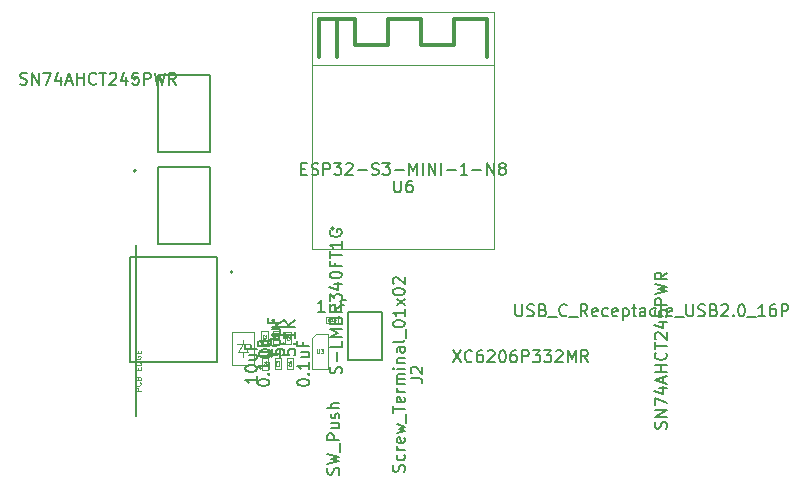
<source format=gbr>
%TF.GenerationSoftware,KiCad,Pcbnew,8.99.0-3218-gdd8f7901b1*%
%TF.CreationDate,2025-01-23T14:21:22-05:00*%
%TF.ProjectId,hack_matrix,6861636b-5f6d-4617-9472-69782e6b6963,rev?*%
%TF.SameCoordinates,Original*%
%TF.FileFunction,AssemblyDrawing,Top*%
%FSLAX46Y46*%
G04 Gerber Fmt 4.6, Leading zero omitted, Abs format (unit mm)*
G04 Created by KiCad (PCBNEW 8.99.0-3218-gdd8f7901b1) date 2025-01-23 14:21:22*
%MOMM*%
%LPD*%
G01*
G04 APERTURE LIST*
%ADD10C,0.150000*%
%ADD11C,0.040000*%
%ADD12C,0.120000*%
%ADD13C,0.050000*%
%ADD14C,0.100000*%
%ADD15C,0.300000*%
%ADD16C,0.127000*%
%ADD17C,0.200000*%
G04 APERTURE END LIST*
D10*
X180930107Y-75677570D02*
X181263440Y-75677570D01*
X181406297Y-76201380D02*
X180930107Y-76201380D01*
X180930107Y-76201380D02*
X180930107Y-75201380D01*
X180930107Y-75201380D02*
X181406297Y-75201380D01*
X181787250Y-76153761D02*
X181930107Y-76201380D01*
X181930107Y-76201380D02*
X182168202Y-76201380D01*
X182168202Y-76201380D02*
X182263440Y-76153761D01*
X182263440Y-76153761D02*
X182311059Y-76106141D01*
X182311059Y-76106141D02*
X182358678Y-76010903D01*
X182358678Y-76010903D02*
X182358678Y-75915665D01*
X182358678Y-75915665D02*
X182311059Y-75820427D01*
X182311059Y-75820427D02*
X182263440Y-75772808D01*
X182263440Y-75772808D02*
X182168202Y-75725189D01*
X182168202Y-75725189D02*
X181977726Y-75677570D01*
X181977726Y-75677570D02*
X181882488Y-75629951D01*
X181882488Y-75629951D02*
X181834869Y-75582332D01*
X181834869Y-75582332D02*
X181787250Y-75487094D01*
X181787250Y-75487094D02*
X181787250Y-75391856D01*
X181787250Y-75391856D02*
X181834869Y-75296618D01*
X181834869Y-75296618D02*
X181882488Y-75248999D01*
X181882488Y-75248999D02*
X181977726Y-75201380D01*
X181977726Y-75201380D02*
X182215821Y-75201380D01*
X182215821Y-75201380D02*
X182358678Y-75248999D01*
X182787250Y-76201380D02*
X182787250Y-75201380D01*
X182787250Y-75201380D02*
X183168202Y-75201380D01*
X183168202Y-75201380D02*
X183263440Y-75248999D01*
X183263440Y-75248999D02*
X183311059Y-75296618D01*
X183311059Y-75296618D02*
X183358678Y-75391856D01*
X183358678Y-75391856D02*
X183358678Y-75534713D01*
X183358678Y-75534713D02*
X183311059Y-75629951D01*
X183311059Y-75629951D02*
X183263440Y-75677570D01*
X183263440Y-75677570D02*
X183168202Y-75725189D01*
X183168202Y-75725189D02*
X182787250Y-75725189D01*
X183692012Y-75201380D02*
X184311059Y-75201380D01*
X184311059Y-75201380D02*
X183977726Y-75582332D01*
X183977726Y-75582332D02*
X184120583Y-75582332D01*
X184120583Y-75582332D02*
X184215821Y-75629951D01*
X184215821Y-75629951D02*
X184263440Y-75677570D01*
X184263440Y-75677570D02*
X184311059Y-75772808D01*
X184311059Y-75772808D02*
X184311059Y-76010903D01*
X184311059Y-76010903D02*
X184263440Y-76106141D01*
X184263440Y-76106141D02*
X184215821Y-76153761D01*
X184215821Y-76153761D02*
X184120583Y-76201380D01*
X184120583Y-76201380D02*
X183834869Y-76201380D01*
X183834869Y-76201380D02*
X183739631Y-76153761D01*
X183739631Y-76153761D02*
X183692012Y-76106141D01*
X184692012Y-75296618D02*
X184739631Y-75248999D01*
X184739631Y-75248999D02*
X184834869Y-75201380D01*
X184834869Y-75201380D02*
X185072964Y-75201380D01*
X185072964Y-75201380D02*
X185168202Y-75248999D01*
X185168202Y-75248999D02*
X185215821Y-75296618D01*
X185215821Y-75296618D02*
X185263440Y-75391856D01*
X185263440Y-75391856D02*
X185263440Y-75487094D01*
X185263440Y-75487094D02*
X185215821Y-75629951D01*
X185215821Y-75629951D02*
X184644393Y-76201380D01*
X184644393Y-76201380D02*
X185263440Y-76201380D01*
X185692012Y-75820427D02*
X186453917Y-75820427D01*
X186882488Y-76153761D02*
X187025345Y-76201380D01*
X187025345Y-76201380D02*
X187263440Y-76201380D01*
X187263440Y-76201380D02*
X187358678Y-76153761D01*
X187358678Y-76153761D02*
X187406297Y-76106141D01*
X187406297Y-76106141D02*
X187453916Y-76010903D01*
X187453916Y-76010903D02*
X187453916Y-75915665D01*
X187453916Y-75915665D02*
X187406297Y-75820427D01*
X187406297Y-75820427D02*
X187358678Y-75772808D01*
X187358678Y-75772808D02*
X187263440Y-75725189D01*
X187263440Y-75725189D02*
X187072964Y-75677570D01*
X187072964Y-75677570D02*
X186977726Y-75629951D01*
X186977726Y-75629951D02*
X186930107Y-75582332D01*
X186930107Y-75582332D02*
X186882488Y-75487094D01*
X186882488Y-75487094D02*
X186882488Y-75391856D01*
X186882488Y-75391856D02*
X186930107Y-75296618D01*
X186930107Y-75296618D02*
X186977726Y-75248999D01*
X186977726Y-75248999D02*
X187072964Y-75201380D01*
X187072964Y-75201380D02*
X187311059Y-75201380D01*
X187311059Y-75201380D02*
X187453916Y-75248999D01*
X187787250Y-75201380D02*
X188406297Y-75201380D01*
X188406297Y-75201380D02*
X188072964Y-75582332D01*
X188072964Y-75582332D02*
X188215821Y-75582332D01*
X188215821Y-75582332D02*
X188311059Y-75629951D01*
X188311059Y-75629951D02*
X188358678Y-75677570D01*
X188358678Y-75677570D02*
X188406297Y-75772808D01*
X188406297Y-75772808D02*
X188406297Y-76010903D01*
X188406297Y-76010903D02*
X188358678Y-76106141D01*
X188358678Y-76106141D02*
X188311059Y-76153761D01*
X188311059Y-76153761D02*
X188215821Y-76201380D01*
X188215821Y-76201380D02*
X187930107Y-76201380D01*
X187930107Y-76201380D02*
X187834869Y-76153761D01*
X187834869Y-76153761D02*
X187787250Y-76106141D01*
X188834869Y-75820427D02*
X189596774Y-75820427D01*
X190072964Y-76201380D02*
X190072964Y-75201380D01*
X190072964Y-75201380D02*
X190406297Y-75915665D01*
X190406297Y-75915665D02*
X190739630Y-75201380D01*
X190739630Y-75201380D02*
X190739630Y-76201380D01*
X191215821Y-76201380D02*
X191215821Y-75201380D01*
X191692011Y-76201380D02*
X191692011Y-75201380D01*
X191692011Y-75201380D02*
X192263439Y-76201380D01*
X192263439Y-76201380D02*
X192263439Y-75201380D01*
X192739630Y-76201380D02*
X192739630Y-75201380D01*
X193215820Y-75820427D02*
X193977725Y-75820427D01*
X194977724Y-76201380D02*
X194406296Y-76201380D01*
X194692010Y-76201380D02*
X194692010Y-75201380D01*
X194692010Y-75201380D02*
X194596772Y-75344237D01*
X194596772Y-75344237D02*
X194501534Y-75439475D01*
X194501534Y-75439475D02*
X194406296Y-75487094D01*
X195406296Y-75820427D02*
X196168201Y-75820427D01*
X196644391Y-76201380D02*
X196644391Y-75201380D01*
X196644391Y-75201380D02*
X197215819Y-76201380D01*
X197215819Y-76201380D02*
X197215819Y-75201380D01*
X197834867Y-75629951D02*
X197739629Y-75582332D01*
X197739629Y-75582332D02*
X197692010Y-75534713D01*
X197692010Y-75534713D02*
X197644391Y-75439475D01*
X197644391Y-75439475D02*
X197644391Y-75391856D01*
X197644391Y-75391856D02*
X197692010Y-75296618D01*
X197692010Y-75296618D02*
X197739629Y-75248999D01*
X197739629Y-75248999D02*
X197834867Y-75201380D01*
X197834867Y-75201380D02*
X198025343Y-75201380D01*
X198025343Y-75201380D02*
X198120581Y-75248999D01*
X198120581Y-75248999D02*
X198168200Y-75296618D01*
X198168200Y-75296618D02*
X198215819Y-75391856D01*
X198215819Y-75391856D02*
X198215819Y-75439475D01*
X198215819Y-75439475D02*
X198168200Y-75534713D01*
X198168200Y-75534713D02*
X198120581Y-75582332D01*
X198120581Y-75582332D02*
X198025343Y-75629951D01*
X198025343Y-75629951D02*
X197834867Y-75629951D01*
X197834867Y-75629951D02*
X197739629Y-75677570D01*
X197739629Y-75677570D02*
X197692010Y-75725189D01*
X197692010Y-75725189D02*
X197644391Y-75820427D01*
X197644391Y-75820427D02*
X197644391Y-76010903D01*
X197644391Y-76010903D02*
X197692010Y-76106141D01*
X197692010Y-76106141D02*
X197739629Y-76153761D01*
X197739629Y-76153761D02*
X197834867Y-76201380D01*
X197834867Y-76201380D02*
X198025343Y-76201380D01*
X198025343Y-76201380D02*
X198120581Y-76153761D01*
X198120581Y-76153761D02*
X198168200Y-76106141D01*
X198168200Y-76106141D02*
X198215819Y-76010903D01*
X198215819Y-76010903D02*
X198215819Y-75820427D01*
X198215819Y-75820427D02*
X198168200Y-75725189D01*
X198168200Y-75725189D02*
X198120581Y-75677570D01*
X198120581Y-75677570D02*
X198025343Y-75629951D01*
X188787249Y-76701380D02*
X188787249Y-77510903D01*
X188787249Y-77510903D02*
X188834868Y-77606141D01*
X188834868Y-77606141D02*
X188882487Y-77653761D01*
X188882487Y-77653761D02*
X188977725Y-77701380D01*
X188977725Y-77701380D02*
X189168201Y-77701380D01*
X189168201Y-77701380D02*
X189263439Y-77653761D01*
X189263439Y-77653761D02*
X189311058Y-77606141D01*
X189311058Y-77606141D02*
X189358677Y-77510903D01*
X189358677Y-77510903D02*
X189358677Y-76701380D01*
X190263439Y-76701380D02*
X190072963Y-76701380D01*
X190072963Y-76701380D02*
X189977725Y-76748999D01*
X189977725Y-76748999D02*
X189930106Y-76796618D01*
X189930106Y-76796618D02*
X189834868Y-76939475D01*
X189834868Y-76939475D02*
X189787249Y-77129951D01*
X189787249Y-77129951D02*
X189787249Y-77510903D01*
X189787249Y-77510903D02*
X189834868Y-77606141D01*
X189834868Y-77606141D02*
X189882487Y-77653761D01*
X189882487Y-77653761D02*
X189977725Y-77701380D01*
X189977725Y-77701380D02*
X190168201Y-77701380D01*
X190168201Y-77701380D02*
X190263439Y-77653761D01*
X190263439Y-77653761D02*
X190311058Y-77606141D01*
X190311058Y-77606141D02*
X190358677Y-77510903D01*
X190358677Y-77510903D02*
X190358677Y-77272808D01*
X190358677Y-77272808D02*
X190311058Y-77177570D01*
X190311058Y-77177570D02*
X190263439Y-77129951D01*
X190263439Y-77129951D02*
X190168201Y-77082332D01*
X190168201Y-77082332D02*
X189977725Y-77082332D01*
X189977725Y-77082332D02*
X189882487Y-77129951D01*
X189882487Y-77129951D02*
X189834868Y-77177570D01*
X189834868Y-77177570D02*
X189787249Y-77272808D01*
X157109762Y-68522200D02*
X157252619Y-68569819D01*
X157252619Y-68569819D02*
X157490714Y-68569819D01*
X157490714Y-68569819D02*
X157585952Y-68522200D01*
X157585952Y-68522200D02*
X157633571Y-68474580D01*
X157633571Y-68474580D02*
X157681190Y-68379342D01*
X157681190Y-68379342D02*
X157681190Y-68284104D01*
X157681190Y-68284104D02*
X157633571Y-68188866D01*
X157633571Y-68188866D02*
X157585952Y-68141247D01*
X157585952Y-68141247D02*
X157490714Y-68093628D01*
X157490714Y-68093628D02*
X157300238Y-68046009D01*
X157300238Y-68046009D02*
X157205000Y-67998390D01*
X157205000Y-67998390D02*
X157157381Y-67950771D01*
X157157381Y-67950771D02*
X157109762Y-67855533D01*
X157109762Y-67855533D02*
X157109762Y-67760295D01*
X157109762Y-67760295D02*
X157157381Y-67665057D01*
X157157381Y-67665057D02*
X157205000Y-67617438D01*
X157205000Y-67617438D02*
X157300238Y-67569819D01*
X157300238Y-67569819D02*
X157538333Y-67569819D01*
X157538333Y-67569819D02*
X157681190Y-67617438D01*
X158109762Y-68569819D02*
X158109762Y-67569819D01*
X158109762Y-67569819D02*
X158681190Y-68569819D01*
X158681190Y-68569819D02*
X158681190Y-67569819D01*
X159062143Y-67569819D02*
X159728809Y-67569819D01*
X159728809Y-67569819D02*
X159300238Y-68569819D01*
X160538333Y-67903152D02*
X160538333Y-68569819D01*
X160300238Y-67522200D02*
X160062143Y-68236485D01*
X160062143Y-68236485D02*
X160681190Y-68236485D01*
X161014524Y-68284104D02*
X161490714Y-68284104D01*
X160919286Y-68569819D02*
X161252619Y-67569819D01*
X161252619Y-67569819D02*
X161585952Y-68569819D01*
X161919286Y-68569819D02*
X161919286Y-67569819D01*
X161919286Y-68046009D02*
X162490714Y-68046009D01*
X162490714Y-68569819D02*
X162490714Y-67569819D01*
X163538333Y-68474580D02*
X163490714Y-68522200D01*
X163490714Y-68522200D02*
X163347857Y-68569819D01*
X163347857Y-68569819D02*
X163252619Y-68569819D01*
X163252619Y-68569819D02*
X163109762Y-68522200D01*
X163109762Y-68522200D02*
X163014524Y-68426961D01*
X163014524Y-68426961D02*
X162966905Y-68331723D01*
X162966905Y-68331723D02*
X162919286Y-68141247D01*
X162919286Y-68141247D02*
X162919286Y-67998390D01*
X162919286Y-67998390D02*
X162966905Y-67807914D01*
X162966905Y-67807914D02*
X163014524Y-67712676D01*
X163014524Y-67712676D02*
X163109762Y-67617438D01*
X163109762Y-67617438D02*
X163252619Y-67569819D01*
X163252619Y-67569819D02*
X163347857Y-67569819D01*
X163347857Y-67569819D02*
X163490714Y-67617438D01*
X163490714Y-67617438D02*
X163538333Y-67665057D01*
X163824048Y-67569819D02*
X164395476Y-67569819D01*
X164109762Y-68569819D02*
X164109762Y-67569819D01*
X164681191Y-67665057D02*
X164728810Y-67617438D01*
X164728810Y-67617438D02*
X164824048Y-67569819D01*
X164824048Y-67569819D02*
X165062143Y-67569819D01*
X165062143Y-67569819D02*
X165157381Y-67617438D01*
X165157381Y-67617438D02*
X165205000Y-67665057D01*
X165205000Y-67665057D02*
X165252619Y-67760295D01*
X165252619Y-67760295D02*
X165252619Y-67855533D01*
X165252619Y-67855533D02*
X165205000Y-67998390D01*
X165205000Y-67998390D02*
X164633572Y-68569819D01*
X164633572Y-68569819D02*
X165252619Y-68569819D01*
X166109762Y-67903152D02*
X166109762Y-68569819D01*
X165871667Y-67522200D02*
X165633572Y-68236485D01*
X165633572Y-68236485D02*
X166252619Y-68236485D01*
X167109762Y-67569819D02*
X166633572Y-67569819D01*
X166633572Y-67569819D02*
X166585953Y-68046009D01*
X166585953Y-68046009D02*
X166633572Y-67998390D01*
X166633572Y-67998390D02*
X166728810Y-67950771D01*
X166728810Y-67950771D02*
X166966905Y-67950771D01*
X166966905Y-67950771D02*
X167062143Y-67998390D01*
X167062143Y-67998390D02*
X167109762Y-68046009D01*
X167109762Y-68046009D02*
X167157381Y-68141247D01*
X167157381Y-68141247D02*
X167157381Y-68379342D01*
X167157381Y-68379342D02*
X167109762Y-68474580D01*
X167109762Y-68474580D02*
X167062143Y-68522200D01*
X167062143Y-68522200D02*
X166966905Y-68569819D01*
X166966905Y-68569819D02*
X166728810Y-68569819D01*
X166728810Y-68569819D02*
X166633572Y-68522200D01*
X166633572Y-68522200D02*
X166585953Y-68474580D01*
X167585953Y-68569819D02*
X167585953Y-67569819D01*
X167585953Y-67569819D02*
X167966905Y-67569819D01*
X167966905Y-67569819D02*
X168062143Y-67617438D01*
X168062143Y-67617438D02*
X168109762Y-67665057D01*
X168109762Y-67665057D02*
X168157381Y-67760295D01*
X168157381Y-67760295D02*
X168157381Y-67903152D01*
X168157381Y-67903152D02*
X168109762Y-67998390D01*
X168109762Y-67998390D02*
X168062143Y-68046009D01*
X168062143Y-68046009D02*
X167966905Y-68093628D01*
X167966905Y-68093628D02*
X167585953Y-68093628D01*
X168490715Y-67569819D02*
X168728810Y-68569819D01*
X168728810Y-68569819D02*
X168919286Y-67855533D01*
X168919286Y-67855533D02*
X169109762Y-68569819D01*
X169109762Y-68569819D02*
X169347858Y-67569819D01*
X170300238Y-68569819D02*
X169966905Y-68093628D01*
X169728810Y-68569819D02*
X169728810Y-67569819D01*
X169728810Y-67569819D02*
X170109762Y-67569819D01*
X170109762Y-67569819D02*
X170205000Y-67617438D01*
X170205000Y-67617438D02*
X170252619Y-67665057D01*
X170252619Y-67665057D02*
X170300238Y-67760295D01*
X170300238Y-67760295D02*
X170300238Y-67903152D01*
X170300238Y-67903152D02*
X170252619Y-67998390D01*
X170252619Y-67998390D02*
X170205000Y-68046009D01*
X170205000Y-68046009D02*
X170109762Y-68093628D01*
X170109762Y-68093628D02*
X169728810Y-68093628D01*
X179118406Y-91062858D02*
X179118406Y-91634286D01*
X179118406Y-91348572D02*
X178118406Y-91348572D01*
X178118406Y-91348572D02*
X178261263Y-91443810D01*
X178261263Y-91443810D02*
X178356501Y-91539048D01*
X178356501Y-91539048D02*
X178404120Y-91634286D01*
X178118406Y-90443810D02*
X178118406Y-90348572D01*
X178118406Y-90348572D02*
X178166025Y-90253334D01*
X178166025Y-90253334D02*
X178213644Y-90205715D01*
X178213644Y-90205715D02*
X178308882Y-90158096D01*
X178308882Y-90158096D02*
X178499358Y-90110477D01*
X178499358Y-90110477D02*
X178737453Y-90110477D01*
X178737453Y-90110477D02*
X178927929Y-90158096D01*
X178927929Y-90158096D02*
X179023167Y-90205715D01*
X179023167Y-90205715D02*
X179070787Y-90253334D01*
X179070787Y-90253334D02*
X179118406Y-90348572D01*
X179118406Y-90348572D02*
X179118406Y-90443810D01*
X179118406Y-90443810D02*
X179070787Y-90539048D01*
X179070787Y-90539048D02*
X179023167Y-90586667D01*
X179023167Y-90586667D02*
X178927929Y-90634286D01*
X178927929Y-90634286D02*
X178737453Y-90681905D01*
X178737453Y-90681905D02*
X178499358Y-90681905D01*
X178499358Y-90681905D02*
X178308882Y-90634286D01*
X178308882Y-90634286D02*
X178213644Y-90586667D01*
X178213644Y-90586667D02*
X178166025Y-90539048D01*
X178166025Y-90539048D02*
X178118406Y-90443810D01*
X178451739Y-89253334D02*
X179118406Y-89253334D01*
X178451739Y-89681905D02*
X178975548Y-89681905D01*
X178975548Y-89681905D02*
X179070787Y-89634286D01*
X179070787Y-89634286D02*
X179118406Y-89539048D01*
X179118406Y-89539048D02*
X179118406Y-89396191D01*
X179118406Y-89396191D02*
X179070787Y-89300953D01*
X179070787Y-89300953D02*
X179023167Y-89253334D01*
X178594596Y-88443810D02*
X178594596Y-88777143D01*
X179118406Y-88777143D02*
X178118406Y-88777143D01*
X178118406Y-88777143D02*
X178118406Y-88300953D01*
D11*
X179913352Y-90033096D02*
X179925257Y-90045000D01*
X179925257Y-90045000D02*
X179937161Y-90080715D01*
X179937161Y-90080715D02*
X179937161Y-90104524D01*
X179937161Y-90104524D02*
X179925257Y-90140238D01*
X179925257Y-90140238D02*
X179901447Y-90164048D01*
X179901447Y-90164048D02*
X179877637Y-90175953D01*
X179877637Y-90175953D02*
X179830018Y-90187857D01*
X179830018Y-90187857D02*
X179794304Y-90187857D01*
X179794304Y-90187857D02*
X179746685Y-90175953D01*
X179746685Y-90175953D02*
X179722876Y-90164048D01*
X179722876Y-90164048D02*
X179699066Y-90140238D01*
X179699066Y-90140238D02*
X179687161Y-90104524D01*
X179687161Y-90104524D02*
X179687161Y-90080715D01*
X179687161Y-90080715D02*
X179699066Y-90045000D01*
X179699066Y-90045000D02*
X179710971Y-90033096D01*
X179687161Y-89806905D02*
X179687161Y-89925953D01*
X179687161Y-89925953D02*
X179806209Y-89937857D01*
X179806209Y-89937857D02*
X179794304Y-89925953D01*
X179794304Y-89925953D02*
X179782399Y-89902143D01*
X179782399Y-89902143D02*
X179782399Y-89842619D01*
X179782399Y-89842619D02*
X179794304Y-89818810D01*
X179794304Y-89818810D02*
X179806209Y-89806905D01*
X179806209Y-89806905D02*
X179830018Y-89795000D01*
X179830018Y-89795000D02*
X179889542Y-89795000D01*
X179889542Y-89795000D02*
X179913352Y-89806905D01*
X179913352Y-89806905D02*
X179925257Y-89818810D01*
X179925257Y-89818810D02*
X179937161Y-89842619D01*
X179937161Y-89842619D02*
X179937161Y-89902143D01*
X179937161Y-89902143D02*
X179925257Y-89925953D01*
X179925257Y-89925953D02*
X179913352Y-89937857D01*
D10*
X199048689Y-87174889D02*
X199048689Y-87984412D01*
X199048689Y-87984412D02*
X199096308Y-88079650D01*
X199096308Y-88079650D02*
X199143927Y-88127270D01*
X199143927Y-88127270D02*
X199239165Y-88174889D01*
X199239165Y-88174889D02*
X199429641Y-88174889D01*
X199429641Y-88174889D02*
X199524879Y-88127270D01*
X199524879Y-88127270D02*
X199572498Y-88079650D01*
X199572498Y-88079650D02*
X199620117Y-87984412D01*
X199620117Y-87984412D02*
X199620117Y-87174889D01*
X200048689Y-88127270D02*
X200191546Y-88174889D01*
X200191546Y-88174889D02*
X200429641Y-88174889D01*
X200429641Y-88174889D02*
X200524879Y-88127270D01*
X200524879Y-88127270D02*
X200572498Y-88079650D01*
X200572498Y-88079650D02*
X200620117Y-87984412D01*
X200620117Y-87984412D02*
X200620117Y-87889174D01*
X200620117Y-87889174D02*
X200572498Y-87793936D01*
X200572498Y-87793936D02*
X200524879Y-87746317D01*
X200524879Y-87746317D02*
X200429641Y-87698698D01*
X200429641Y-87698698D02*
X200239165Y-87651079D01*
X200239165Y-87651079D02*
X200143927Y-87603460D01*
X200143927Y-87603460D02*
X200096308Y-87555841D01*
X200096308Y-87555841D02*
X200048689Y-87460603D01*
X200048689Y-87460603D02*
X200048689Y-87365365D01*
X200048689Y-87365365D02*
X200096308Y-87270127D01*
X200096308Y-87270127D02*
X200143927Y-87222508D01*
X200143927Y-87222508D02*
X200239165Y-87174889D01*
X200239165Y-87174889D02*
X200477260Y-87174889D01*
X200477260Y-87174889D02*
X200620117Y-87222508D01*
X201382022Y-87651079D02*
X201524879Y-87698698D01*
X201524879Y-87698698D02*
X201572498Y-87746317D01*
X201572498Y-87746317D02*
X201620117Y-87841555D01*
X201620117Y-87841555D02*
X201620117Y-87984412D01*
X201620117Y-87984412D02*
X201572498Y-88079650D01*
X201572498Y-88079650D02*
X201524879Y-88127270D01*
X201524879Y-88127270D02*
X201429641Y-88174889D01*
X201429641Y-88174889D02*
X201048689Y-88174889D01*
X201048689Y-88174889D02*
X201048689Y-87174889D01*
X201048689Y-87174889D02*
X201382022Y-87174889D01*
X201382022Y-87174889D02*
X201477260Y-87222508D01*
X201477260Y-87222508D02*
X201524879Y-87270127D01*
X201524879Y-87270127D02*
X201572498Y-87365365D01*
X201572498Y-87365365D02*
X201572498Y-87460603D01*
X201572498Y-87460603D02*
X201524879Y-87555841D01*
X201524879Y-87555841D02*
X201477260Y-87603460D01*
X201477260Y-87603460D02*
X201382022Y-87651079D01*
X201382022Y-87651079D02*
X201048689Y-87651079D01*
X201810594Y-88270127D02*
X202572498Y-88270127D01*
X203382022Y-88079650D02*
X203334403Y-88127270D01*
X203334403Y-88127270D02*
X203191546Y-88174889D01*
X203191546Y-88174889D02*
X203096308Y-88174889D01*
X203096308Y-88174889D02*
X202953451Y-88127270D01*
X202953451Y-88127270D02*
X202858213Y-88032031D01*
X202858213Y-88032031D02*
X202810594Y-87936793D01*
X202810594Y-87936793D02*
X202762975Y-87746317D01*
X202762975Y-87746317D02*
X202762975Y-87603460D01*
X202762975Y-87603460D02*
X202810594Y-87412984D01*
X202810594Y-87412984D02*
X202858213Y-87317746D01*
X202858213Y-87317746D02*
X202953451Y-87222508D01*
X202953451Y-87222508D02*
X203096308Y-87174889D01*
X203096308Y-87174889D02*
X203191546Y-87174889D01*
X203191546Y-87174889D02*
X203334403Y-87222508D01*
X203334403Y-87222508D02*
X203382022Y-87270127D01*
X203572499Y-88270127D02*
X204334403Y-88270127D01*
X205143927Y-88174889D02*
X204810594Y-87698698D01*
X204572499Y-88174889D02*
X204572499Y-87174889D01*
X204572499Y-87174889D02*
X204953451Y-87174889D01*
X204953451Y-87174889D02*
X205048689Y-87222508D01*
X205048689Y-87222508D02*
X205096308Y-87270127D01*
X205096308Y-87270127D02*
X205143927Y-87365365D01*
X205143927Y-87365365D02*
X205143927Y-87508222D01*
X205143927Y-87508222D02*
X205096308Y-87603460D01*
X205096308Y-87603460D02*
X205048689Y-87651079D01*
X205048689Y-87651079D02*
X204953451Y-87698698D01*
X204953451Y-87698698D02*
X204572499Y-87698698D01*
X205953451Y-88127270D02*
X205858213Y-88174889D01*
X205858213Y-88174889D02*
X205667737Y-88174889D01*
X205667737Y-88174889D02*
X205572499Y-88127270D01*
X205572499Y-88127270D02*
X205524880Y-88032031D01*
X205524880Y-88032031D02*
X205524880Y-87651079D01*
X205524880Y-87651079D02*
X205572499Y-87555841D01*
X205572499Y-87555841D02*
X205667737Y-87508222D01*
X205667737Y-87508222D02*
X205858213Y-87508222D01*
X205858213Y-87508222D02*
X205953451Y-87555841D01*
X205953451Y-87555841D02*
X206001070Y-87651079D01*
X206001070Y-87651079D02*
X206001070Y-87746317D01*
X206001070Y-87746317D02*
X205524880Y-87841555D01*
X206858213Y-88127270D02*
X206762975Y-88174889D01*
X206762975Y-88174889D02*
X206572499Y-88174889D01*
X206572499Y-88174889D02*
X206477261Y-88127270D01*
X206477261Y-88127270D02*
X206429642Y-88079650D01*
X206429642Y-88079650D02*
X206382023Y-87984412D01*
X206382023Y-87984412D02*
X206382023Y-87698698D01*
X206382023Y-87698698D02*
X206429642Y-87603460D01*
X206429642Y-87603460D02*
X206477261Y-87555841D01*
X206477261Y-87555841D02*
X206572499Y-87508222D01*
X206572499Y-87508222D02*
X206762975Y-87508222D01*
X206762975Y-87508222D02*
X206858213Y-87555841D01*
X207667737Y-88127270D02*
X207572499Y-88174889D01*
X207572499Y-88174889D02*
X207382023Y-88174889D01*
X207382023Y-88174889D02*
X207286785Y-88127270D01*
X207286785Y-88127270D02*
X207239166Y-88032031D01*
X207239166Y-88032031D02*
X207239166Y-87651079D01*
X207239166Y-87651079D02*
X207286785Y-87555841D01*
X207286785Y-87555841D02*
X207382023Y-87508222D01*
X207382023Y-87508222D02*
X207572499Y-87508222D01*
X207572499Y-87508222D02*
X207667737Y-87555841D01*
X207667737Y-87555841D02*
X207715356Y-87651079D01*
X207715356Y-87651079D02*
X207715356Y-87746317D01*
X207715356Y-87746317D02*
X207239166Y-87841555D01*
X208143928Y-87508222D02*
X208143928Y-88508222D01*
X208143928Y-87555841D02*
X208239166Y-87508222D01*
X208239166Y-87508222D02*
X208429642Y-87508222D01*
X208429642Y-87508222D02*
X208524880Y-87555841D01*
X208524880Y-87555841D02*
X208572499Y-87603460D01*
X208572499Y-87603460D02*
X208620118Y-87698698D01*
X208620118Y-87698698D02*
X208620118Y-87984412D01*
X208620118Y-87984412D02*
X208572499Y-88079650D01*
X208572499Y-88079650D02*
X208524880Y-88127270D01*
X208524880Y-88127270D02*
X208429642Y-88174889D01*
X208429642Y-88174889D02*
X208239166Y-88174889D01*
X208239166Y-88174889D02*
X208143928Y-88127270D01*
X208905833Y-87508222D02*
X209286785Y-87508222D01*
X209048690Y-87174889D02*
X209048690Y-88032031D01*
X209048690Y-88032031D02*
X209096309Y-88127270D01*
X209096309Y-88127270D02*
X209191547Y-88174889D01*
X209191547Y-88174889D02*
X209286785Y-88174889D01*
X210048690Y-88174889D02*
X210048690Y-87651079D01*
X210048690Y-87651079D02*
X210001071Y-87555841D01*
X210001071Y-87555841D02*
X209905833Y-87508222D01*
X209905833Y-87508222D02*
X209715357Y-87508222D01*
X209715357Y-87508222D02*
X209620119Y-87555841D01*
X210048690Y-88127270D02*
X209953452Y-88174889D01*
X209953452Y-88174889D02*
X209715357Y-88174889D01*
X209715357Y-88174889D02*
X209620119Y-88127270D01*
X209620119Y-88127270D02*
X209572500Y-88032031D01*
X209572500Y-88032031D02*
X209572500Y-87936793D01*
X209572500Y-87936793D02*
X209620119Y-87841555D01*
X209620119Y-87841555D02*
X209715357Y-87793936D01*
X209715357Y-87793936D02*
X209953452Y-87793936D01*
X209953452Y-87793936D02*
X210048690Y-87746317D01*
X210953452Y-88127270D02*
X210858214Y-88174889D01*
X210858214Y-88174889D02*
X210667738Y-88174889D01*
X210667738Y-88174889D02*
X210572500Y-88127270D01*
X210572500Y-88127270D02*
X210524881Y-88079650D01*
X210524881Y-88079650D02*
X210477262Y-87984412D01*
X210477262Y-87984412D02*
X210477262Y-87698698D01*
X210477262Y-87698698D02*
X210524881Y-87603460D01*
X210524881Y-87603460D02*
X210572500Y-87555841D01*
X210572500Y-87555841D02*
X210667738Y-87508222D01*
X210667738Y-87508222D02*
X210858214Y-87508222D01*
X210858214Y-87508222D02*
X210953452Y-87555841D01*
X211524881Y-88174889D02*
X211429643Y-88127270D01*
X211429643Y-88127270D02*
X211382024Y-88032031D01*
X211382024Y-88032031D02*
X211382024Y-87174889D01*
X212286786Y-88127270D02*
X212191548Y-88174889D01*
X212191548Y-88174889D02*
X212001072Y-88174889D01*
X212001072Y-88174889D02*
X211905834Y-88127270D01*
X211905834Y-88127270D02*
X211858215Y-88032031D01*
X211858215Y-88032031D02*
X211858215Y-87651079D01*
X211858215Y-87651079D02*
X211905834Y-87555841D01*
X211905834Y-87555841D02*
X212001072Y-87508222D01*
X212001072Y-87508222D02*
X212191548Y-87508222D01*
X212191548Y-87508222D02*
X212286786Y-87555841D01*
X212286786Y-87555841D02*
X212334405Y-87651079D01*
X212334405Y-87651079D02*
X212334405Y-87746317D01*
X212334405Y-87746317D02*
X211858215Y-87841555D01*
X212524882Y-88270127D02*
X213286786Y-88270127D01*
X213524882Y-87174889D02*
X213524882Y-87984412D01*
X213524882Y-87984412D02*
X213572501Y-88079650D01*
X213572501Y-88079650D02*
X213620120Y-88127270D01*
X213620120Y-88127270D02*
X213715358Y-88174889D01*
X213715358Y-88174889D02*
X213905834Y-88174889D01*
X213905834Y-88174889D02*
X214001072Y-88127270D01*
X214001072Y-88127270D02*
X214048691Y-88079650D01*
X214048691Y-88079650D02*
X214096310Y-87984412D01*
X214096310Y-87984412D02*
X214096310Y-87174889D01*
X214524882Y-88127270D02*
X214667739Y-88174889D01*
X214667739Y-88174889D02*
X214905834Y-88174889D01*
X214905834Y-88174889D02*
X215001072Y-88127270D01*
X215001072Y-88127270D02*
X215048691Y-88079650D01*
X215048691Y-88079650D02*
X215096310Y-87984412D01*
X215096310Y-87984412D02*
X215096310Y-87889174D01*
X215096310Y-87889174D02*
X215048691Y-87793936D01*
X215048691Y-87793936D02*
X215001072Y-87746317D01*
X215001072Y-87746317D02*
X214905834Y-87698698D01*
X214905834Y-87698698D02*
X214715358Y-87651079D01*
X214715358Y-87651079D02*
X214620120Y-87603460D01*
X214620120Y-87603460D02*
X214572501Y-87555841D01*
X214572501Y-87555841D02*
X214524882Y-87460603D01*
X214524882Y-87460603D02*
X214524882Y-87365365D01*
X214524882Y-87365365D02*
X214572501Y-87270127D01*
X214572501Y-87270127D02*
X214620120Y-87222508D01*
X214620120Y-87222508D02*
X214715358Y-87174889D01*
X214715358Y-87174889D02*
X214953453Y-87174889D01*
X214953453Y-87174889D02*
X215096310Y-87222508D01*
X215858215Y-87651079D02*
X216001072Y-87698698D01*
X216001072Y-87698698D02*
X216048691Y-87746317D01*
X216048691Y-87746317D02*
X216096310Y-87841555D01*
X216096310Y-87841555D02*
X216096310Y-87984412D01*
X216096310Y-87984412D02*
X216048691Y-88079650D01*
X216048691Y-88079650D02*
X216001072Y-88127270D01*
X216001072Y-88127270D02*
X215905834Y-88174889D01*
X215905834Y-88174889D02*
X215524882Y-88174889D01*
X215524882Y-88174889D02*
X215524882Y-87174889D01*
X215524882Y-87174889D02*
X215858215Y-87174889D01*
X215858215Y-87174889D02*
X215953453Y-87222508D01*
X215953453Y-87222508D02*
X216001072Y-87270127D01*
X216001072Y-87270127D02*
X216048691Y-87365365D01*
X216048691Y-87365365D02*
X216048691Y-87460603D01*
X216048691Y-87460603D02*
X216001072Y-87555841D01*
X216001072Y-87555841D02*
X215953453Y-87603460D01*
X215953453Y-87603460D02*
X215858215Y-87651079D01*
X215858215Y-87651079D02*
X215524882Y-87651079D01*
X216477263Y-87270127D02*
X216524882Y-87222508D01*
X216524882Y-87222508D02*
X216620120Y-87174889D01*
X216620120Y-87174889D02*
X216858215Y-87174889D01*
X216858215Y-87174889D02*
X216953453Y-87222508D01*
X216953453Y-87222508D02*
X217001072Y-87270127D01*
X217001072Y-87270127D02*
X217048691Y-87365365D01*
X217048691Y-87365365D02*
X217048691Y-87460603D01*
X217048691Y-87460603D02*
X217001072Y-87603460D01*
X217001072Y-87603460D02*
X216429644Y-88174889D01*
X216429644Y-88174889D02*
X217048691Y-88174889D01*
X217477263Y-88079650D02*
X217524882Y-88127270D01*
X217524882Y-88127270D02*
X217477263Y-88174889D01*
X217477263Y-88174889D02*
X217429644Y-88127270D01*
X217429644Y-88127270D02*
X217477263Y-88079650D01*
X217477263Y-88079650D02*
X217477263Y-88174889D01*
X218143929Y-87174889D02*
X218239167Y-87174889D01*
X218239167Y-87174889D02*
X218334405Y-87222508D01*
X218334405Y-87222508D02*
X218382024Y-87270127D01*
X218382024Y-87270127D02*
X218429643Y-87365365D01*
X218429643Y-87365365D02*
X218477262Y-87555841D01*
X218477262Y-87555841D02*
X218477262Y-87793936D01*
X218477262Y-87793936D02*
X218429643Y-87984412D01*
X218429643Y-87984412D02*
X218382024Y-88079650D01*
X218382024Y-88079650D02*
X218334405Y-88127270D01*
X218334405Y-88127270D02*
X218239167Y-88174889D01*
X218239167Y-88174889D02*
X218143929Y-88174889D01*
X218143929Y-88174889D02*
X218048691Y-88127270D01*
X218048691Y-88127270D02*
X218001072Y-88079650D01*
X218001072Y-88079650D02*
X217953453Y-87984412D01*
X217953453Y-87984412D02*
X217905834Y-87793936D01*
X217905834Y-87793936D02*
X217905834Y-87555841D01*
X217905834Y-87555841D02*
X217953453Y-87365365D01*
X217953453Y-87365365D02*
X218001072Y-87270127D01*
X218001072Y-87270127D02*
X218048691Y-87222508D01*
X218048691Y-87222508D02*
X218143929Y-87174889D01*
X218667739Y-88270127D02*
X219429643Y-88270127D01*
X220191548Y-88174889D02*
X219620120Y-88174889D01*
X219905834Y-88174889D02*
X219905834Y-87174889D01*
X219905834Y-87174889D02*
X219810596Y-87317746D01*
X219810596Y-87317746D02*
X219715358Y-87412984D01*
X219715358Y-87412984D02*
X219620120Y-87460603D01*
X221048691Y-87174889D02*
X220858215Y-87174889D01*
X220858215Y-87174889D02*
X220762977Y-87222508D01*
X220762977Y-87222508D02*
X220715358Y-87270127D01*
X220715358Y-87270127D02*
X220620120Y-87412984D01*
X220620120Y-87412984D02*
X220572501Y-87603460D01*
X220572501Y-87603460D02*
X220572501Y-87984412D01*
X220572501Y-87984412D02*
X220620120Y-88079650D01*
X220620120Y-88079650D02*
X220667739Y-88127270D01*
X220667739Y-88127270D02*
X220762977Y-88174889D01*
X220762977Y-88174889D02*
X220953453Y-88174889D01*
X220953453Y-88174889D02*
X221048691Y-88127270D01*
X221048691Y-88127270D02*
X221096310Y-88079650D01*
X221096310Y-88079650D02*
X221143929Y-87984412D01*
X221143929Y-87984412D02*
X221143929Y-87746317D01*
X221143929Y-87746317D02*
X221096310Y-87651079D01*
X221096310Y-87651079D02*
X221048691Y-87603460D01*
X221048691Y-87603460D02*
X220953453Y-87555841D01*
X220953453Y-87555841D02*
X220762977Y-87555841D01*
X220762977Y-87555841D02*
X220667739Y-87603460D01*
X220667739Y-87603460D02*
X220620120Y-87651079D01*
X220620120Y-87651079D02*
X220572501Y-87746317D01*
X221572501Y-88174889D02*
X221572501Y-87174889D01*
X221572501Y-87174889D02*
X221953453Y-87174889D01*
X221953453Y-87174889D02*
X222048691Y-87222508D01*
X222048691Y-87222508D02*
X222096310Y-87270127D01*
X222096310Y-87270127D02*
X222143929Y-87365365D01*
X222143929Y-87365365D02*
X222143929Y-87508222D01*
X222143929Y-87508222D02*
X222096310Y-87603460D01*
X222096310Y-87603460D02*
X222048691Y-87651079D01*
X222048691Y-87651079D02*
X221953453Y-87698698D01*
X221953453Y-87698698D02*
X221572501Y-87698698D01*
D12*
X167315817Y-94525427D02*
X166835817Y-94525427D01*
X166835817Y-94525427D02*
X166835817Y-94342570D01*
X166835817Y-94342570D02*
X166858674Y-94296855D01*
X166858674Y-94296855D02*
X166881531Y-94273998D01*
X166881531Y-94273998D02*
X166927245Y-94251141D01*
X166927245Y-94251141D02*
X166995817Y-94251141D01*
X166995817Y-94251141D02*
X167041531Y-94273998D01*
X167041531Y-94273998D02*
X167064388Y-94296855D01*
X167064388Y-94296855D02*
X167087245Y-94342570D01*
X167087245Y-94342570D02*
X167087245Y-94525427D01*
X167270102Y-93771141D02*
X167292960Y-93793998D01*
X167292960Y-93793998D02*
X167315817Y-93862570D01*
X167315817Y-93862570D02*
X167315817Y-93908284D01*
X167315817Y-93908284D02*
X167292960Y-93976855D01*
X167292960Y-93976855D02*
X167247245Y-94022570D01*
X167247245Y-94022570D02*
X167201531Y-94045427D01*
X167201531Y-94045427D02*
X167110102Y-94068284D01*
X167110102Y-94068284D02*
X167041531Y-94068284D01*
X167041531Y-94068284D02*
X166950102Y-94045427D01*
X166950102Y-94045427D02*
X166904388Y-94022570D01*
X166904388Y-94022570D02*
X166858674Y-93976855D01*
X166858674Y-93976855D02*
X166835817Y-93908284D01*
X166835817Y-93908284D02*
X166835817Y-93862570D01*
X166835817Y-93862570D02*
X166858674Y-93793998D01*
X166858674Y-93793998D02*
X166881531Y-93771141D01*
X167064388Y-93405427D02*
X167087245Y-93336855D01*
X167087245Y-93336855D02*
X167110102Y-93313998D01*
X167110102Y-93313998D02*
X167155817Y-93291141D01*
X167155817Y-93291141D02*
X167224388Y-93291141D01*
X167224388Y-93291141D02*
X167270102Y-93313998D01*
X167270102Y-93313998D02*
X167292960Y-93336855D01*
X167292960Y-93336855D02*
X167315817Y-93382570D01*
X167315817Y-93382570D02*
X167315817Y-93565427D01*
X167315817Y-93565427D02*
X166835817Y-93565427D01*
X166835817Y-93565427D02*
X166835817Y-93405427D01*
X166835817Y-93405427D02*
X166858674Y-93359713D01*
X166858674Y-93359713D02*
X166881531Y-93336855D01*
X166881531Y-93336855D02*
X166927245Y-93313998D01*
X166927245Y-93313998D02*
X166972960Y-93313998D01*
X166972960Y-93313998D02*
X167018674Y-93336855D01*
X167018674Y-93336855D02*
X167041531Y-93359713D01*
X167041531Y-93359713D02*
X167064388Y-93405427D01*
X167064388Y-93405427D02*
X167064388Y-93565427D01*
X167064388Y-92719713D02*
X167064388Y-92559713D01*
X167315817Y-92491141D02*
X167315817Y-92719713D01*
X167315817Y-92719713D02*
X166835817Y-92719713D01*
X166835817Y-92719713D02*
X166835817Y-92491141D01*
X167315817Y-92285427D02*
X166835817Y-92285427D01*
X166835817Y-92285427D02*
X166835817Y-92171141D01*
X166835817Y-92171141D02*
X166858674Y-92102570D01*
X166858674Y-92102570D02*
X166904388Y-92056855D01*
X166904388Y-92056855D02*
X166950102Y-92033998D01*
X166950102Y-92033998D02*
X167041531Y-92011141D01*
X167041531Y-92011141D02*
X167110102Y-92011141D01*
X167110102Y-92011141D02*
X167201531Y-92033998D01*
X167201531Y-92033998D02*
X167247245Y-92056855D01*
X167247245Y-92056855D02*
X167292960Y-92102570D01*
X167292960Y-92102570D02*
X167315817Y-92171141D01*
X167315817Y-92171141D02*
X167315817Y-92285427D01*
X166858674Y-91553998D02*
X166835817Y-91599713D01*
X166835817Y-91599713D02*
X166835817Y-91668284D01*
X166835817Y-91668284D02*
X166858674Y-91736855D01*
X166858674Y-91736855D02*
X166904388Y-91782570D01*
X166904388Y-91782570D02*
X166950102Y-91805427D01*
X166950102Y-91805427D02*
X167041531Y-91828284D01*
X167041531Y-91828284D02*
X167110102Y-91828284D01*
X167110102Y-91828284D02*
X167201531Y-91805427D01*
X167201531Y-91805427D02*
X167247245Y-91782570D01*
X167247245Y-91782570D02*
X167292960Y-91736855D01*
X167292960Y-91736855D02*
X167315817Y-91668284D01*
X167315817Y-91668284D02*
X167315817Y-91622570D01*
X167315817Y-91622570D02*
X167292960Y-91553998D01*
X167292960Y-91553998D02*
X167270102Y-91531141D01*
X167270102Y-91531141D02*
X167110102Y-91531141D01*
X167110102Y-91531141D02*
X167110102Y-91622570D01*
X167064388Y-91325427D02*
X167064388Y-91165427D01*
X167315817Y-91096855D02*
X167315817Y-91325427D01*
X167315817Y-91325427D02*
X166835817Y-91325427D01*
X166835817Y-91325427D02*
X166835817Y-91096855D01*
D10*
X182904761Y-87794819D02*
X182333333Y-87794819D01*
X182619047Y-87794819D02*
X182619047Y-86794819D01*
X182619047Y-86794819D02*
X182523809Y-86937676D01*
X182523809Y-86937676D02*
X182428571Y-87032914D01*
X182428571Y-87032914D02*
X182333333Y-87080533D01*
X183761904Y-87128152D02*
X183761904Y-87794819D01*
X183333333Y-87128152D02*
X183333333Y-87651961D01*
X183333333Y-87651961D02*
X183380952Y-87747200D01*
X183380952Y-87747200D02*
X183476190Y-87794819D01*
X183476190Y-87794819D02*
X183619047Y-87794819D01*
X183619047Y-87794819D02*
X183714285Y-87747200D01*
X183714285Y-87747200D02*
X183761904Y-87699580D01*
X184571428Y-87271009D02*
X184238095Y-87271009D01*
X184238095Y-87794819D02*
X184238095Y-86794819D01*
X184238095Y-86794819D02*
X184714285Y-86794819D01*
D11*
X183339285Y-88589765D02*
X183327381Y-88601670D01*
X183327381Y-88601670D02*
X183291666Y-88613574D01*
X183291666Y-88613574D02*
X183267857Y-88613574D01*
X183267857Y-88613574D02*
X183232143Y-88601670D01*
X183232143Y-88601670D02*
X183208333Y-88577860D01*
X183208333Y-88577860D02*
X183196428Y-88554050D01*
X183196428Y-88554050D02*
X183184524Y-88506431D01*
X183184524Y-88506431D02*
X183184524Y-88470717D01*
X183184524Y-88470717D02*
X183196428Y-88423098D01*
X183196428Y-88423098D02*
X183208333Y-88399289D01*
X183208333Y-88399289D02*
X183232143Y-88375479D01*
X183232143Y-88375479D02*
X183267857Y-88363574D01*
X183267857Y-88363574D02*
X183291666Y-88363574D01*
X183291666Y-88363574D02*
X183327381Y-88375479D01*
X183327381Y-88375479D02*
X183339285Y-88387384D01*
X183577381Y-88613574D02*
X183434524Y-88613574D01*
X183505952Y-88613574D02*
X183505952Y-88363574D01*
X183505952Y-88363574D02*
X183482143Y-88399289D01*
X183482143Y-88399289D02*
X183458333Y-88423098D01*
X183458333Y-88423098D02*
X183434524Y-88435003D01*
X183732142Y-88363574D02*
X183755952Y-88363574D01*
X183755952Y-88363574D02*
X183779761Y-88375479D01*
X183779761Y-88375479D02*
X183791666Y-88387384D01*
X183791666Y-88387384D02*
X183803571Y-88411193D01*
X183803571Y-88411193D02*
X183815476Y-88458812D01*
X183815476Y-88458812D02*
X183815476Y-88518336D01*
X183815476Y-88518336D02*
X183803571Y-88565955D01*
X183803571Y-88565955D02*
X183791666Y-88589765D01*
X183791666Y-88589765D02*
X183779761Y-88601670D01*
X183779761Y-88601670D02*
X183755952Y-88613574D01*
X183755952Y-88613574D02*
X183732142Y-88613574D01*
X183732142Y-88613574D02*
X183708333Y-88601670D01*
X183708333Y-88601670D02*
X183696428Y-88589765D01*
X183696428Y-88589765D02*
X183684523Y-88565955D01*
X183684523Y-88565955D02*
X183672619Y-88518336D01*
X183672619Y-88518336D02*
X183672619Y-88458812D01*
X183672619Y-88458812D02*
X183684523Y-88411193D01*
X183684523Y-88411193D02*
X183696428Y-88387384D01*
X183696428Y-88387384D02*
X183708333Y-88375479D01*
X183708333Y-88375479D02*
X183732142Y-88363574D01*
D10*
X211807200Y-97688633D02*
X211854819Y-97545776D01*
X211854819Y-97545776D02*
X211854819Y-97307681D01*
X211854819Y-97307681D02*
X211807200Y-97212443D01*
X211807200Y-97212443D02*
X211759580Y-97164824D01*
X211759580Y-97164824D02*
X211664342Y-97117205D01*
X211664342Y-97117205D02*
X211569104Y-97117205D01*
X211569104Y-97117205D02*
X211473866Y-97164824D01*
X211473866Y-97164824D02*
X211426247Y-97212443D01*
X211426247Y-97212443D02*
X211378628Y-97307681D01*
X211378628Y-97307681D02*
X211331009Y-97498157D01*
X211331009Y-97498157D02*
X211283390Y-97593395D01*
X211283390Y-97593395D02*
X211235771Y-97641014D01*
X211235771Y-97641014D02*
X211140533Y-97688633D01*
X211140533Y-97688633D02*
X211045295Y-97688633D01*
X211045295Y-97688633D02*
X210950057Y-97641014D01*
X210950057Y-97641014D02*
X210902438Y-97593395D01*
X210902438Y-97593395D02*
X210854819Y-97498157D01*
X210854819Y-97498157D02*
X210854819Y-97260062D01*
X210854819Y-97260062D02*
X210902438Y-97117205D01*
X211854819Y-96688633D02*
X210854819Y-96688633D01*
X210854819Y-96688633D02*
X211854819Y-96117205D01*
X211854819Y-96117205D02*
X210854819Y-96117205D01*
X210854819Y-95736252D02*
X210854819Y-95069586D01*
X210854819Y-95069586D02*
X211854819Y-95498157D01*
X211188152Y-94260062D02*
X211854819Y-94260062D01*
X210807200Y-94498157D02*
X211521485Y-94736252D01*
X211521485Y-94736252D02*
X211521485Y-94117205D01*
X211569104Y-93783871D02*
X211569104Y-93307681D01*
X211854819Y-93879109D02*
X210854819Y-93545776D01*
X210854819Y-93545776D02*
X211854819Y-93212443D01*
X211854819Y-92879109D02*
X210854819Y-92879109D01*
X211331009Y-92879109D02*
X211331009Y-92307681D01*
X211854819Y-92307681D02*
X210854819Y-92307681D01*
X211759580Y-91260062D02*
X211807200Y-91307681D01*
X211807200Y-91307681D02*
X211854819Y-91450538D01*
X211854819Y-91450538D02*
X211854819Y-91545776D01*
X211854819Y-91545776D02*
X211807200Y-91688633D01*
X211807200Y-91688633D02*
X211711961Y-91783871D01*
X211711961Y-91783871D02*
X211616723Y-91831490D01*
X211616723Y-91831490D02*
X211426247Y-91879109D01*
X211426247Y-91879109D02*
X211283390Y-91879109D01*
X211283390Y-91879109D02*
X211092914Y-91831490D01*
X211092914Y-91831490D02*
X210997676Y-91783871D01*
X210997676Y-91783871D02*
X210902438Y-91688633D01*
X210902438Y-91688633D02*
X210854819Y-91545776D01*
X210854819Y-91545776D02*
X210854819Y-91450538D01*
X210854819Y-91450538D02*
X210902438Y-91307681D01*
X210902438Y-91307681D02*
X210950057Y-91260062D01*
X210854819Y-90974347D02*
X210854819Y-90402919D01*
X211854819Y-90688633D02*
X210854819Y-90688633D01*
X210950057Y-90117204D02*
X210902438Y-90069585D01*
X210902438Y-90069585D02*
X210854819Y-89974347D01*
X210854819Y-89974347D02*
X210854819Y-89736252D01*
X210854819Y-89736252D02*
X210902438Y-89641014D01*
X210902438Y-89641014D02*
X210950057Y-89593395D01*
X210950057Y-89593395D02*
X211045295Y-89545776D01*
X211045295Y-89545776D02*
X211140533Y-89545776D01*
X211140533Y-89545776D02*
X211283390Y-89593395D01*
X211283390Y-89593395D02*
X211854819Y-90164823D01*
X211854819Y-90164823D02*
X211854819Y-89545776D01*
X211188152Y-88688633D02*
X211854819Y-88688633D01*
X210807200Y-88926728D02*
X211521485Y-89164823D01*
X211521485Y-89164823D02*
X211521485Y-88545776D01*
X210854819Y-87688633D02*
X210854819Y-88164823D01*
X210854819Y-88164823D02*
X211331009Y-88212442D01*
X211331009Y-88212442D02*
X211283390Y-88164823D01*
X211283390Y-88164823D02*
X211235771Y-88069585D01*
X211235771Y-88069585D02*
X211235771Y-87831490D01*
X211235771Y-87831490D02*
X211283390Y-87736252D01*
X211283390Y-87736252D02*
X211331009Y-87688633D01*
X211331009Y-87688633D02*
X211426247Y-87641014D01*
X211426247Y-87641014D02*
X211664342Y-87641014D01*
X211664342Y-87641014D02*
X211759580Y-87688633D01*
X211759580Y-87688633D02*
X211807200Y-87736252D01*
X211807200Y-87736252D02*
X211854819Y-87831490D01*
X211854819Y-87831490D02*
X211854819Y-88069585D01*
X211854819Y-88069585D02*
X211807200Y-88164823D01*
X211807200Y-88164823D02*
X211759580Y-88212442D01*
X211854819Y-87212442D02*
X210854819Y-87212442D01*
X210854819Y-87212442D02*
X210854819Y-86831490D01*
X210854819Y-86831490D02*
X210902438Y-86736252D01*
X210902438Y-86736252D02*
X210950057Y-86688633D01*
X210950057Y-86688633D02*
X211045295Y-86641014D01*
X211045295Y-86641014D02*
X211188152Y-86641014D01*
X211188152Y-86641014D02*
X211283390Y-86688633D01*
X211283390Y-86688633D02*
X211331009Y-86736252D01*
X211331009Y-86736252D02*
X211378628Y-86831490D01*
X211378628Y-86831490D02*
X211378628Y-87212442D01*
X210854819Y-86307680D02*
X211854819Y-86069585D01*
X211854819Y-86069585D02*
X211140533Y-85879109D01*
X211140533Y-85879109D02*
X211854819Y-85688633D01*
X211854819Y-85688633D02*
X210854819Y-85450538D01*
X211854819Y-84498157D02*
X211378628Y-84831490D01*
X211854819Y-85069585D02*
X210854819Y-85069585D01*
X210854819Y-85069585D02*
X210854819Y-84688633D01*
X210854819Y-84688633D02*
X210902438Y-84593395D01*
X210902438Y-84593395D02*
X210950057Y-84545776D01*
X210950057Y-84545776D02*
X211045295Y-84498157D01*
X211045295Y-84498157D02*
X211188152Y-84498157D01*
X211188152Y-84498157D02*
X211283390Y-84545776D01*
X211283390Y-84545776D02*
X211331009Y-84593395D01*
X211331009Y-84593395D02*
X211378628Y-84688633D01*
X211378628Y-84688633D02*
X211378628Y-85069585D01*
X184073435Y-101581356D02*
X184121054Y-101438499D01*
X184121054Y-101438499D02*
X184121054Y-101200404D01*
X184121054Y-101200404D02*
X184073435Y-101105166D01*
X184073435Y-101105166D02*
X184025815Y-101057547D01*
X184025815Y-101057547D02*
X183930577Y-101009928D01*
X183930577Y-101009928D02*
X183835339Y-101009928D01*
X183835339Y-101009928D02*
X183740101Y-101057547D01*
X183740101Y-101057547D02*
X183692482Y-101105166D01*
X183692482Y-101105166D02*
X183644863Y-101200404D01*
X183644863Y-101200404D02*
X183597244Y-101390880D01*
X183597244Y-101390880D02*
X183549625Y-101486118D01*
X183549625Y-101486118D02*
X183502006Y-101533737D01*
X183502006Y-101533737D02*
X183406768Y-101581356D01*
X183406768Y-101581356D02*
X183311530Y-101581356D01*
X183311530Y-101581356D02*
X183216292Y-101533737D01*
X183216292Y-101533737D02*
X183168673Y-101486118D01*
X183168673Y-101486118D02*
X183121054Y-101390880D01*
X183121054Y-101390880D02*
X183121054Y-101152785D01*
X183121054Y-101152785D02*
X183168673Y-101009928D01*
X183121054Y-100676594D02*
X184121054Y-100438499D01*
X184121054Y-100438499D02*
X183406768Y-100248023D01*
X183406768Y-100248023D02*
X184121054Y-100057547D01*
X184121054Y-100057547D02*
X183121054Y-99819452D01*
X184216292Y-99676595D02*
X184216292Y-98914690D01*
X184121054Y-98676594D02*
X183121054Y-98676594D01*
X183121054Y-98676594D02*
X183121054Y-98295642D01*
X183121054Y-98295642D02*
X183168673Y-98200404D01*
X183168673Y-98200404D02*
X183216292Y-98152785D01*
X183216292Y-98152785D02*
X183311530Y-98105166D01*
X183311530Y-98105166D02*
X183454387Y-98105166D01*
X183454387Y-98105166D02*
X183549625Y-98152785D01*
X183549625Y-98152785D02*
X183597244Y-98200404D01*
X183597244Y-98200404D02*
X183644863Y-98295642D01*
X183644863Y-98295642D02*
X183644863Y-98676594D01*
X183454387Y-97248023D02*
X184121054Y-97248023D01*
X183454387Y-97676594D02*
X183978196Y-97676594D01*
X183978196Y-97676594D02*
X184073435Y-97628975D01*
X184073435Y-97628975D02*
X184121054Y-97533737D01*
X184121054Y-97533737D02*
X184121054Y-97390880D01*
X184121054Y-97390880D02*
X184073435Y-97295642D01*
X184073435Y-97295642D02*
X184025815Y-97248023D01*
X184073435Y-96819451D02*
X184121054Y-96724213D01*
X184121054Y-96724213D02*
X184121054Y-96533737D01*
X184121054Y-96533737D02*
X184073435Y-96438499D01*
X184073435Y-96438499D02*
X183978196Y-96390880D01*
X183978196Y-96390880D02*
X183930577Y-96390880D01*
X183930577Y-96390880D02*
X183835339Y-96438499D01*
X183835339Y-96438499D02*
X183787720Y-96533737D01*
X183787720Y-96533737D02*
X183787720Y-96676594D01*
X183787720Y-96676594D02*
X183740101Y-96771832D01*
X183740101Y-96771832D02*
X183644863Y-96819451D01*
X183644863Y-96819451D02*
X183597244Y-96819451D01*
X183597244Y-96819451D02*
X183502006Y-96771832D01*
X183502006Y-96771832D02*
X183454387Y-96676594D01*
X183454387Y-96676594D02*
X183454387Y-96533737D01*
X183454387Y-96533737D02*
X183502006Y-96438499D01*
X184121054Y-95962308D02*
X183121054Y-95962308D01*
X184121054Y-95533737D02*
X183597244Y-95533737D01*
X183597244Y-95533737D02*
X183502006Y-95581356D01*
X183502006Y-95581356D02*
X183454387Y-95676594D01*
X183454387Y-95676594D02*
X183454387Y-95819451D01*
X183454387Y-95819451D02*
X183502006Y-95914689D01*
X183502006Y-95914689D02*
X183549625Y-95962308D01*
X193751905Y-91060496D02*
X194418571Y-92060496D01*
X194418571Y-91060496D02*
X193751905Y-92060496D01*
X195370952Y-91965257D02*
X195323333Y-92012877D01*
X195323333Y-92012877D02*
X195180476Y-92060496D01*
X195180476Y-92060496D02*
X195085238Y-92060496D01*
X195085238Y-92060496D02*
X194942381Y-92012877D01*
X194942381Y-92012877D02*
X194847143Y-91917638D01*
X194847143Y-91917638D02*
X194799524Y-91822400D01*
X194799524Y-91822400D02*
X194751905Y-91631924D01*
X194751905Y-91631924D02*
X194751905Y-91489067D01*
X194751905Y-91489067D02*
X194799524Y-91298591D01*
X194799524Y-91298591D02*
X194847143Y-91203353D01*
X194847143Y-91203353D02*
X194942381Y-91108115D01*
X194942381Y-91108115D02*
X195085238Y-91060496D01*
X195085238Y-91060496D02*
X195180476Y-91060496D01*
X195180476Y-91060496D02*
X195323333Y-91108115D01*
X195323333Y-91108115D02*
X195370952Y-91155734D01*
X196228095Y-91060496D02*
X196037619Y-91060496D01*
X196037619Y-91060496D02*
X195942381Y-91108115D01*
X195942381Y-91108115D02*
X195894762Y-91155734D01*
X195894762Y-91155734D02*
X195799524Y-91298591D01*
X195799524Y-91298591D02*
X195751905Y-91489067D01*
X195751905Y-91489067D02*
X195751905Y-91870019D01*
X195751905Y-91870019D02*
X195799524Y-91965257D01*
X195799524Y-91965257D02*
X195847143Y-92012877D01*
X195847143Y-92012877D02*
X195942381Y-92060496D01*
X195942381Y-92060496D02*
X196132857Y-92060496D01*
X196132857Y-92060496D02*
X196228095Y-92012877D01*
X196228095Y-92012877D02*
X196275714Y-91965257D01*
X196275714Y-91965257D02*
X196323333Y-91870019D01*
X196323333Y-91870019D02*
X196323333Y-91631924D01*
X196323333Y-91631924D02*
X196275714Y-91536686D01*
X196275714Y-91536686D02*
X196228095Y-91489067D01*
X196228095Y-91489067D02*
X196132857Y-91441448D01*
X196132857Y-91441448D02*
X195942381Y-91441448D01*
X195942381Y-91441448D02*
X195847143Y-91489067D01*
X195847143Y-91489067D02*
X195799524Y-91536686D01*
X195799524Y-91536686D02*
X195751905Y-91631924D01*
X196704286Y-91155734D02*
X196751905Y-91108115D01*
X196751905Y-91108115D02*
X196847143Y-91060496D01*
X196847143Y-91060496D02*
X197085238Y-91060496D01*
X197085238Y-91060496D02*
X197180476Y-91108115D01*
X197180476Y-91108115D02*
X197228095Y-91155734D01*
X197228095Y-91155734D02*
X197275714Y-91250972D01*
X197275714Y-91250972D02*
X197275714Y-91346210D01*
X197275714Y-91346210D02*
X197228095Y-91489067D01*
X197228095Y-91489067D02*
X196656667Y-92060496D01*
X196656667Y-92060496D02*
X197275714Y-92060496D01*
X197894762Y-91060496D02*
X197990000Y-91060496D01*
X197990000Y-91060496D02*
X198085238Y-91108115D01*
X198085238Y-91108115D02*
X198132857Y-91155734D01*
X198132857Y-91155734D02*
X198180476Y-91250972D01*
X198180476Y-91250972D02*
X198228095Y-91441448D01*
X198228095Y-91441448D02*
X198228095Y-91679543D01*
X198228095Y-91679543D02*
X198180476Y-91870019D01*
X198180476Y-91870019D02*
X198132857Y-91965257D01*
X198132857Y-91965257D02*
X198085238Y-92012877D01*
X198085238Y-92012877D02*
X197990000Y-92060496D01*
X197990000Y-92060496D02*
X197894762Y-92060496D01*
X197894762Y-92060496D02*
X197799524Y-92012877D01*
X197799524Y-92012877D02*
X197751905Y-91965257D01*
X197751905Y-91965257D02*
X197704286Y-91870019D01*
X197704286Y-91870019D02*
X197656667Y-91679543D01*
X197656667Y-91679543D02*
X197656667Y-91441448D01*
X197656667Y-91441448D02*
X197704286Y-91250972D01*
X197704286Y-91250972D02*
X197751905Y-91155734D01*
X197751905Y-91155734D02*
X197799524Y-91108115D01*
X197799524Y-91108115D02*
X197894762Y-91060496D01*
X199085238Y-91060496D02*
X198894762Y-91060496D01*
X198894762Y-91060496D02*
X198799524Y-91108115D01*
X198799524Y-91108115D02*
X198751905Y-91155734D01*
X198751905Y-91155734D02*
X198656667Y-91298591D01*
X198656667Y-91298591D02*
X198609048Y-91489067D01*
X198609048Y-91489067D02*
X198609048Y-91870019D01*
X198609048Y-91870019D02*
X198656667Y-91965257D01*
X198656667Y-91965257D02*
X198704286Y-92012877D01*
X198704286Y-92012877D02*
X198799524Y-92060496D01*
X198799524Y-92060496D02*
X198990000Y-92060496D01*
X198990000Y-92060496D02*
X199085238Y-92012877D01*
X199085238Y-92012877D02*
X199132857Y-91965257D01*
X199132857Y-91965257D02*
X199180476Y-91870019D01*
X199180476Y-91870019D02*
X199180476Y-91631924D01*
X199180476Y-91631924D02*
X199132857Y-91536686D01*
X199132857Y-91536686D02*
X199085238Y-91489067D01*
X199085238Y-91489067D02*
X198990000Y-91441448D01*
X198990000Y-91441448D02*
X198799524Y-91441448D01*
X198799524Y-91441448D02*
X198704286Y-91489067D01*
X198704286Y-91489067D02*
X198656667Y-91536686D01*
X198656667Y-91536686D02*
X198609048Y-91631924D01*
X199609048Y-92060496D02*
X199609048Y-91060496D01*
X199609048Y-91060496D02*
X199990000Y-91060496D01*
X199990000Y-91060496D02*
X200085238Y-91108115D01*
X200085238Y-91108115D02*
X200132857Y-91155734D01*
X200132857Y-91155734D02*
X200180476Y-91250972D01*
X200180476Y-91250972D02*
X200180476Y-91393829D01*
X200180476Y-91393829D02*
X200132857Y-91489067D01*
X200132857Y-91489067D02*
X200085238Y-91536686D01*
X200085238Y-91536686D02*
X199990000Y-91584305D01*
X199990000Y-91584305D02*
X199609048Y-91584305D01*
X200513810Y-91060496D02*
X201132857Y-91060496D01*
X201132857Y-91060496D02*
X200799524Y-91441448D01*
X200799524Y-91441448D02*
X200942381Y-91441448D01*
X200942381Y-91441448D02*
X201037619Y-91489067D01*
X201037619Y-91489067D02*
X201085238Y-91536686D01*
X201085238Y-91536686D02*
X201132857Y-91631924D01*
X201132857Y-91631924D02*
X201132857Y-91870019D01*
X201132857Y-91870019D02*
X201085238Y-91965257D01*
X201085238Y-91965257D02*
X201037619Y-92012877D01*
X201037619Y-92012877D02*
X200942381Y-92060496D01*
X200942381Y-92060496D02*
X200656667Y-92060496D01*
X200656667Y-92060496D02*
X200561429Y-92012877D01*
X200561429Y-92012877D02*
X200513810Y-91965257D01*
X201466191Y-91060496D02*
X202085238Y-91060496D01*
X202085238Y-91060496D02*
X201751905Y-91441448D01*
X201751905Y-91441448D02*
X201894762Y-91441448D01*
X201894762Y-91441448D02*
X201990000Y-91489067D01*
X201990000Y-91489067D02*
X202037619Y-91536686D01*
X202037619Y-91536686D02*
X202085238Y-91631924D01*
X202085238Y-91631924D02*
X202085238Y-91870019D01*
X202085238Y-91870019D02*
X202037619Y-91965257D01*
X202037619Y-91965257D02*
X201990000Y-92012877D01*
X201990000Y-92012877D02*
X201894762Y-92060496D01*
X201894762Y-92060496D02*
X201609048Y-92060496D01*
X201609048Y-92060496D02*
X201513810Y-92012877D01*
X201513810Y-92012877D02*
X201466191Y-91965257D01*
X202466191Y-91155734D02*
X202513810Y-91108115D01*
X202513810Y-91108115D02*
X202609048Y-91060496D01*
X202609048Y-91060496D02*
X202847143Y-91060496D01*
X202847143Y-91060496D02*
X202942381Y-91108115D01*
X202942381Y-91108115D02*
X202990000Y-91155734D01*
X202990000Y-91155734D02*
X203037619Y-91250972D01*
X203037619Y-91250972D02*
X203037619Y-91346210D01*
X203037619Y-91346210D02*
X202990000Y-91489067D01*
X202990000Y-91489067D02*
X202418572Y-92060496D01*
X202418572Y-92060496D02*
X203037619Y-92060496D01*
X203466191Y-92060496D02*
X203466191Y-91060496D01*
X203466191Y-91060496D02*
X203799524Y-91774781D01*
X203799524Y-91774781D02*
X204132857Y-91060496D01*
X204132857Y-91060496D02*
X204132857Y-92060496D01*
X205180476Y-92060496D02*
X204847143Y-91584305D01*
X204609048Y-92060496D02*
X204609048Y-91060496D01*
X204609048Y-91060496D02*
X204990000Y-91060496D01*
X204990000Y-91060496D02*
X205085238Y-91108115D01*
X205085238Y-91108115D02*
X205132857Y-91155734D01*
X205132857Y-91155734D02*
X205180476Y-91250972D01*
X205180476Y-91250972D02*
X205180476Y-91393829D01*
X205180476Y-91393829D02*
X205132857Y-91489067D01*
X205132857Y-91489067D02*
X205085238Y-91536686D01*
X205085238Y-91536686D02*
X204990000Y-91584305D01*
X204990000Y-91584305D02*
X204609048Y-91584305D01*
D13*
X182256190Y-90991115D02*
X182256190Y-91250162D01*
X182256190Y-91250162D02*
X182271428Y-91280638D01*
X182271428Y-91280638D02*
X182286666Y-91295877D01*
X182286666Y-91295877D02*
X182317142Y-91311115D01*
X182317142Y-91311115D02*
X182378095Y-91311115D01*
X182378095Y-91311115D02*
X182408571Y-91295877D01*
X182408571Y-91295877D02*
X182423809Y-91280638D01*
X182423809Y-91280638D02*
X182439047Y-91250162D01*
X182439047Y-91250162D02*
X182439047Y-90991115D01*
X182560952Y-90991115D02*
X182759047Y-90991115D01*
X182759047Y-90991115D02*
X182652380Y-91113019D01*
X182652380Y-91113019D02*
X182698095Y-91113019D01*
X182698095Y-91113019D02*
X182728571Y-91128257D01*
X182728571Y-91128257D02*
X182743809Y-91143496D01*
X182743809Y-91143496D02*
X182759047Y-91173972D01*
X182759047Y-91173972D02*
X182759047Y-91250162D01*
X182759047Y-91250162D02*
X182743809Y-91280638D01*
X182743809Y-91280638D02*
X182728571Y-91295877D01*
X182728571Y-91295877D02*
X182698095Y-91311115D01*
X182698095Y-91311115D02*
X182606666Y-91311115D01*
X182606666Y-91311115D02*
X182576190Y-91295877D01*
X182576190Y-91295877D02*
X182560952Y-91280638D01*
D10*
X184278790Y-93012353D02*
X184326409Y-92869496D01*
X184326409Y-92869496D02*
X184326409Y-92631401D01*
X184326409Y-92631401D02*
X184278790Y-92536163D01*
X184278790Y-92536163D02*
X184231170Y-92488544D01*
X184231170Y-92488544D02*
X184135932Y-92440925D01*
X184135932Y-92440925D02*
X184040694Y-92440925D01*
X184040694Y-92440925D02*
X183945456Y-92488544D01*
X183945456Y-92488544D02*
X183897837Y-92536163D01*
X183897837Y-92536163D02*
X183850218Y-92631401D01*
X183850218Y-92631401D02*
X183802599Y-92821877D01*
X183802599Y-92821877D02*
X183754980Y-92917115D01*
X183754980Y-92917115D02*
X183707361Y-92964734D01*
X183707361Y-92964734D02*
X183612123Y-93012353D01*
X183612123Y-93012353D02*
X183516885Y-93012353D01*
X183516885Y-93012353D02*
X183421647Y-92964734D01*
X183421647Y-92964734D02*
X183374028Y-92917115D01*
X183374028Y-92917115D02*
X183326409Y-92821877D01*
X183326409Y-92821877D02*
X183326409Y-92583782D01*
X183326409Y-92583782D02*
X183374028Y-92440925D01*
X183945456Y-92012353D02*
X183945456Y-91250449D01*
X184326409Y-90298068D02*
X184326409Y-90774258D01*
X184326409Y-90774258D02*
X183326409Y-90774258D01*
X184326409Y-89964734D02*
X183326409Y-89964734D01*
X183326409Y-89964734D02*
X184040694Y-89631401D01*
X184040694Y-89631401D02*
X183326409Y-89298068D01*
X183326409Y-89298068D02*
X184326409Y-89298068D01*
X183802599Y-88488544D02*
X183850218Y-88345687D01*
X183850218Y-88345687D02*
X183897837Y-88298068D01*
X183897837Y-88298068D02*
X183993075Y-88250449D01*
X183993075Y-88250449D02*
X184135932Y-88250449D01*
X184135932Y-88250449D02*
X184231170Y-88298068D01*
X184231170Y-88298068D02*
X184278790Y-88345687D01*
X184278790Y-88345687D02*
X184326409Y-88440925D01*
X184326409Y-88440925D02*
X184326409Y-88821877D01*
X184326409Y-88821877D02*
X183326409Y-88821877D01*
X183326409Y-88821877D02*
X183326409Y-88488544D01*
X183326409Y-88488544D02*
X183374028Y-88393306D01*
X183374028Y-88393306D02*
X183421647Y-88345687D01*
X183421647Y-88345687D02*
X183516885Y-88298068D01*
X183516885Y-88298068D02*
X183612123Y-88298068D01*
X183612123Y-88298068D02*
X183707361Y-88345687D01*
X183707361Y-88345687D02*
X183754980Y-88393306D01*
X183754980Y-88393306D02*
X183802599Y-88488544D01*
X183802599Y-88488544D02*
X183802599Y-88821877D01*
X184326409Y-87250449D02*
X183850218Y-87583782D01*
X184326409Y-87821877D02*
X183326409Y-87821877D01*
X183326409Y-87821877D02*
X183326409Y-87440925D01*
X183326409Y-87440925D02*
X183374028Y-87345687D01*
X183374028Y-87345687D02*
X183421647Y-87298068D01*
X183421647Y-87298068D02*
X183516885Y-87250449D01*
X183516885Y-87250449D02*
X183659742Y-87250449D01*
X183659742Y-87250449D02*
X183754980Y-87298068D01*
X183754980Y-87298068D02*
X183802599Y-87345687D01*
X183802599Y-87345687D02*
X183850218Y-87440925D01*
X183850218Y-87440925D02*
X183850218Y-87821877D01*
X183326409Y-86917115D02*
X183326409Y-86298068D01*
X183326409Y-86298068D02*
X183707361Y-86631401D01*
X183707361Y-86631401D02*
X183707361Y-86488544D01*
X183707361Y-86488544D02*
X183754980Y-86393306D01*
X183754980Y-86393306D02*
X183802599Y-86345687D01*
X183802599Y-86345687D02*
X183897837Y-86298068D01*
X183897837Y-86298068D02*
X184135932Y-86298068D01*
X184135932Y-86298068D02*
X184231170Y-86345687D01*
X184231170Y-86345687D02*
X184278790Y-86393306D01*
X184278790Y-86393306D02*
X184326409Y-86488544D01*
X184326409Y-86488544D02*
X184326409Y-86774258D01*
X184326409Y-86774258D02*
X184278790Y-86869496D01*
X184278790Y-86869496D02*
X184231170Y-86917115D01*
X183659742Y-85440925D02*
X184326409Y-85440925D01*
X183278790Y-85679020D02*
X183993075Y-85917115D01*
X183993075Y-85917115D02*
X183993075Y-85298068D01*
X183326409Y-84726639D02*
X183326409Y-84631401D01*
X183326409Y-84631401D02*
X183374028Y-84536163D01*
X183374028Y-84536163D02*
X183421647Y-84488544D01*
X183421647Y-84488544D02*
X183516885Y-84440925D01*
X183516885Y-84440925D02*
X183707361Y-84393306D01*
X183707361Y-84393306D02*
X183945456Y-84393306D01*
X183945456Y-84393306D02*
X184135932Y-84440925D01*
X184135932Y-84440925D02*
X184231170Y-84488544D01*
X184231170Y-84488544D02*
X184278790Y-84536163D01*
X184278790Y-84536163D02*
X184326409Y-84631401D01*
X184326409Y-84631401D02*
X184326409Y-84726639D01*
X184326409Y-84726639D02*
X184278790Y-84821877D01*
X184278790Y-84821877D02*
X184231170Y-84869496D01*
X184231170Y-84869496D02*
X184135932Y-84917115D01*
X184135932Y-84917115D02*
X183945456Y-84964734D01*
X183945456Y-84964734D02*
X183707361Y-84964734D01*
X183707361Y-84964734D02*
X183516885Y-84917115D01*
X183516885Y-84917115D02*
X183421647Y-84869496D01*
X183421647Y-84869496D02*
X183374028Y-84821877D01*
X183374028Y-84821877D02*
X183326409Y-84726639D01*
X183802599Y-83631401D02*
X183802599Y-83964734D01*
X184326409Y-83964734D02*
X183326409Y-83964734D01*
X183326409Y-83964734D02*
X183326409Y-83488544D01*
X183326409Y-83250448D02*
X183326409Y-82679020D01*
X184326409Y-82964734D02*
X183326409Y-82964734D01*
X184326409Y-81821877D02*
X184326409Y-82393305D01*
X184326409Y-82107591D02*
X183326409Y-82107591D01*
X183326409Y-82107591D02*
X183469266Y-82202829D01*
X183469266Y-82202829D02*
X183564504Y-82298067D01*
X183564504Y-82298067D02*
X183612123Y-82393305D01*
X183374028Y-80869496D02*
X183326409Y-80964734D01*
X183326409Y-80964734D02*
X183326409Y-81107591D01*
X183326409Y-81107591D02*
X183374028Y-81250448D01*
X183374028Y-81250448D02*
X183469266Y-81345686D01*
X183469266Y-81345686D02*
X183564504Y-81393305D01*
X183564504Y-81393305D02*
X183754980Y-81440924D01*
X183754980Y-81440924D02*
X183897837Y-81440924D01*
X183897837Y-81440924D02*
X184088313Y-81393305D01*
X184088313Y-81393305D02*
X184183551Y-81345686D01*
X184183551Y-81345686D02*
X184278790Y-81250448D01*
X184278790Y-81250448D02*
X184326409Y-81107591D01*
X184326409Y-81107591D02*
X184326409Y-81012353D01*
X184326409Y-81012353D02*
X184278790Y-80869496D01*
X184278790Y-80869496D02*
X184231170Y-80821877D01*
X184231170Y-80821877D02*
X183897837Y-80821877D01*
X183897837Y-80821877D02*
X183897837Y-81012353D01*
X178341409Y-91528210D02*
X177341409Y-91528210D01*
X177341409Y-91528210D02*
X177341409Y-91290115D01*
X177341409Y-91290115D02*
X177389028Y-91147258D01*
X177389028Y-91147258D02*
X177484266Y-91052020D01*
X177484266Y-91052020D02*
X177579504Y-91004401D01*
X177579504Y-91004401D02*
X177769980Y-90956782D01*
X177769980Y-90956782D02*
X177912837Y-90956782D01*
X177912837Y-90956782D02*
X178103313Y-91004401D01*
X178103313Y-91004401D02*
X178198551Y-91052020D01*
X178198551Y-91052020D02*
X178293790Y-91147258D01*
X178293790Y-91147258D02*
X178341409Y-91290115D01*
X178341409Y-91290115D02*
X178341409Y-91528210D01*
X178341409Y-90004401D02*
X178341409Y-90575829D01*
X178341409Y-90290115D02*
X177341409Y-90290115D01*
X177341409Y-90290115D02*
X177484266Y-90385353D01*
X177484266Y-90385353D02*
X177579504Y-90480591D01*
X177579504Y-90480591D02*
X177627123Y-90575829D01*
X177210363Y-93832241D02*
X177210363Y-93737003D01*
X177210363Y-93737003D02*
X177257982Y-93641765D01*
X177257982Y-93641765D02*
X177305601Y-93594146D01*
X177305601Y-93594146D02*
X177400839Y-93546527D01*
X177400839Y-93546527D02*
X177591315Y-93498908D01*
X177591315Y-93498908D02*
X177829410Y-93498908D01*
X177829410Y-93498908D02*
X178019886Y-93546527D01*
X178019886Y-93546527D02*
X178115124Y-93594146D01*
X178115124Y-93594146D02*
X178162744Y-93641765D01*
X178162744Y-93641765D02*
X178210363Y-93737003D01*
X178210363Y-93737003D02*
X178210363Y-93832241D01*
X178210363Y-93832241D02*
X178162744Y-93927479D01*
X178162744Y-93927479D02*
X178115124Y-93975098D01*
X178115124Y-93975098D02*
X178019886Y-94022717D01*
X178019886Y-94022717D02*
X177829410Y-94070336D01*
X177829410Y-94070336D02*
X177591315Y-94070336D01*
X177591315Y-94070336D02*
X177400839Y-94022717D01*
X177400839Y-94022717D02*
X177305601Y-93975098D01*
X177305601Y-93975098D02*
X177257982Y-93927479D01*
X177257982Y-93927479D02*
X177210363Y-93832241D01*
X178115124Y-93070336D02*
X178162744Y-93022717D01*
X178162744Y-93022717D02*
X178210363Y-93070336D01*
X178210363Y-93070336D02*
X178162744Y-93117955D01*
X178162744Y-93117955D02*
X178115124Y-93070336D01*
X178115124Y-93070336D02*
X178210363Y-93070336D01*
X178210363Y-92070337D02*
X178210363Y-92641765D01*
X178210363Y-92356051D02*
X177210363Y-92356051D01*
X177210363Y-92356051D02*
X177353220Y-92451289D01*
X177353220Y-92451289D02*
X177448458Y-92546527D01*
X177448458Y-92546527D02*
X177496077Y-92641765D01*
X177543696Y-91213194D02*
X178210363Y-91213194D01*
X177543696Y-91641765D02*
X178067505Y-91641765D01*
X178067505Y-91641765D02*
X178162744Y-91594146D01*
X178162744Y-91594146D02*
X178210363Y-91498908D01*
X178210363Y-91498908D02*
X178210363Y-91356051D01*
X178210363Y-91356051D02*
X178162744Y-91260813D01*
X178162744Y-91260813D02*
X178115124Y-91213194D01*
X177686553Y-90403670D02*
X177686553Y-90737003D01*
X178210363Y-90737003D02*
X177210363Y-90737003D01*
X177210363Y-90737003D02*
X177210363Y-90260813D01*
D11*
X179005309Y-92231051D02*
X179017214Y-92242955D01*
X179017214Y-92242955D02*
X179029118Y-92278670D01*
X179029118Y-92278670D02*
X179029118Y-92302479D01*
X179029118Y-92302479D02*
X179017214Y-92338193D01*
X179017214Y-92338193D02*
X178993404Y-92362003D01*
X178993404Y-92362003D02*
X178969594Y-92373908D01*
X178969594Y-92373908D02*
X178921975Y-92385812D01*
X178921975Y-92385812D02*
X178886261Y-92385812D01*
X178886261Y-92385812D02*
X178838642Y-92373908D01*
X178838642Y-92373908D02*
X178814833Y-92362003D01*
X178814833Y-92362003D02*
X178791023Y-92338193D01*
X178791023Y-92338193D02*
X178779118Y-92302479D01*
X178779118Y-92302479D02*
X178779118Y-92278670D01*
X178779118Y-92278670D02*
X178791023Y-92242955D01*
X178791023Y-92242955D02*
X178802928Y-92231051D01*
X178779118Y-92147717D02*
X178779118Y-91992955D01*
X178779118Y-91992955D02*
X178874356Y-92076289D01*
X178874356Y-92076289D02*
X178874356Y-92040574D01*
X178874356Y-92040574D02*
X178886261Y-92016765D01*
X178886261Y-92016765D02*
X178898166Y-92004860D01*
X178898166Y-92004860D02*
X178921975Y-91992955D01*
X178921975Y-91992955D02*
X178981499Y-91992955D01*
X178981499Y-91992955D02*
X179005309Y-92004860D01*
X179005309Y-92004860D02*
X179017214Y-92016765D01*
X179017214Y-92016765D02*
X179029118Y-92040574D01*
X179029118Y-92040574D02*
X179029118Y-92112003D01*
X179029118Y-92112003D02*
X179017214Y-92135812D01*
X179017214Y-92135812D02*
X179005309Y-92147717D01*
D10*
X189623383Y-101341050D02*
X189671002Y-101198193D01*
X189671002Y-101198193D02*
X189671002Y-100960098D01*
X189671002Y-100960098D02*
X189623383Y-100864860D01*
X189623383Y-100864860D02*
X189575763Y-100817241D01*
X189575763Y-100817241D02*
X189480525Y-100769622D01*
X189480525Y-100769622D02*
X189385287Y-100769622D01*
X189385287Y-100769622D02*
X189290049Y-100817241D01*
X189290049Y-100817241D02*
X189242430Y-100864860D01*
X189242430Y-100864860D02*
X189194811Y-100960098D01*
X189194811Y-100960098D02*
X189147192Y-101150574D01*
X189147192Y-101150574D02*
X189099573Y-101245812D01*
X189099573Y-101245812D02*
X189051954Y-101293431D01*
X189051954Y-101293431D02*
X188956716Y-101341050D01*
X188956716Y-101341050D02*
X188861478Y-101341050D01*
X188861478Y-101341050D02*
X188766240Y-101293431D01*
X188766240Y-101293431D02*
X188718621Y-101245812D01*
X188718621Y-101245812D02*
X188671002Y-101150574D01*
X188671002Y-101150574D02*
X188671002Y-100912479D01*
X188671002Y-100912479D02*
X188718621Y-100769622D01*
X189623383Y-99912479D02*
X189671002Y-100007717D01*
X189671002Y-100007717D02*
X189671002Y-100198193D01*
X189671002Y-100198193D02*
X189623383Y-100293431D01*
X189623383Y-100293431D02*
X189575763Y-100341050D01*
X189575763Y-100341050D02*
X189480525Y-100388669D01*
X189480525Y-100388669D02*
X189194811Y-100388669D01*
X189194811Y-100388669D02*
X189099573Y-100341050D01*
X189099573Y-100341050D02*
X189051954Y-100293431D01*
X189051954Y-100293431D02*
X189004335Y-100198193D01*
X189004335Y-100198193D02*
X189004335Y-100007717D01*
X189004335Y-100007717D02*
X189051954Y-99912479D01*
X189671002Y-99483907D02*
X189004335Y-99483907D01*
X189194811Y-99483907D02*
X189099573Y-99436288D01*
X189099573Y-99436288D02*
X189051954Y-99388669D01*
X189051954Y-99388669D02*
X189004335Y-99293431D01*
X189004335Y-99293431D02*
X189004335Y-99198193D01*
X189623383Y-98483907D02*
X189671002Y-98579145D01*
X189671002Y-98579145D02*
X189671002Y-98769621D01*
X189671002Y-98769621D02*
X189623383Y-98864859D01*
X189623383Y-98864859D02*
X189528144Y-98912478D01*
X189528144Y-98912478D02*
X189147192Y-98912478D01*
X189147192Y-98912478D02*
X189051954Y-98864859D01*
X189051954Y-98864859D02*
X189004335Y-98769621D01*
X189004335Y-98769621D02*
X189004335Y-98579145D01*
X189004335Y-98579145D02*
X189051954Y-98483907D01*
X189051954Y-98483907D02*
X189147192Y-98436288D01*
X189147192Y-98436288D02*
X189242430Y-98436288D01*
X189242430Y-98436288D02*
X189337668Y-98912478D01*
X189004335Y-98102954D02*
X189671002Y-97912478D01*
X189671002Y-97912478D02*
X189194811Y-97722002D01*
X189194811Y-97722002D02*
X189671002Y-97531526D01*
X189671002Y-97531526D02*
X189004335Y-97341050D01*
X189766240Y-97198193D02*
X189766240Y-96436288D01*
X188671002Y-96341049D02*
X188671002Y-95769621D01*
X189671002Y-96055335D02*
X188671002Y-96055335D01*
X189623383Y-95055335D02*
X189671002Y-95150573D01*
X189671002Y-95150573D02*
X189671002Y-95341049D01*
X189671002Y-95341049D02*
X189623383Y-95436287D01*
X189623383Y-95436287D02*
X189528144Y-95483906D01*
X189528144Y-95483906D02*
X189147192Y-95483906D01*
X189147192Y-95483906D02*
X189051954Y-95436287D01*
X189051954Y-95436287D02*
X189004335Y-95341049D01*
X189004335Y-95341049D02*
X189004335Y-95150573D01*
X189004335Y-95150573D02*
X189051954Y-95055335D01*
X189051954Y-95055335D02*
X189147192Y-95007716D01*
X189147192Y-95007716D02*
X189242430Y-95007716D01*
X189242430Y-95007716D02*
X189337668Y-95483906D01*
X189671002Y-94579144D02*
X189004335Y-94579144D01*
X189194811Y-94579144D02*
X189099573Y-94531525D01*
X189099573Y-94531525D02*
X189051954Y-94483906D01*
X189051954Y-94483906D02*
X189004335Y-94388668D01*
X189004335Y-94388668D02*
X189004335Y-94293430D01*
X189671002Y-93960096D02*
X189004335Y-93960096D01*
X189099573Y-93960096D02*
X189051954Y-93912477D01*
X189051954Y-93912477D02*
X189004335Y-93817239D01*
X189004335Y-93817239D02*
X189004335Y-93674382D01*
X189004335Y-93674382D02*
X189051954Y-93579144D01*
X189051954Y-93579144D02*
X189147192Y-93531525D01*
X189147192Y-93531525D02*
X189671002Y-93531525D01*
X189147192Y-93531525D02*
X189051954Y-93483906D01*
X189051954Y-93483906D02*
X189004335Y-93388668D01*
X189004335Y-93388668D02*
X189004335Y-93245811D01*
X189004335Y-93245811D02*
X189051954Y-93150572D01*
X189051954Y-93150572D02*
X189147192Y-93102953D01*
X189147192Y-93102953D02*
X189671002Y-93102953D01*
X189671002Y-92626763D02*
X189004335Y-92626763D01*
X188671002Y-92626763D02*
X188718621Y-92674382D01*
X188718621Y-92674382D02*
X188766240Y-92626763D01*
X188766240Y-92626763D02*
X188718621Y-92579144D01*
X188718621Y-92579144D02*
X188671002Y-92626763D01*
X188671002Y-92626763D02*
X188766240Y-92626763D01*
X189004335Y-92150573D02*
X189671002Y-92150573D01*
X189099573Y-92150573D02*
X189051954Y-92102954D01*
X189051954Y-92102954D02*
X189004335Y-92007716D01*
X189004335Y-92007716D02*
X189004335Y-91864859D01*
X189004335Y-91864859D02*
X189051954Y-91769621D01*
X189051954Y-91769621D02*
X189147192Y-91722002D01*
X189147192Y-91722002D02*
X189671002Y-91722002D01*
X189671002Y-90817240D02*
X189147192Y-90817240D01*
X189147192Y-90817240D02*
X189051954Y-90864859D01*
X189051954Y-90864859D02*
X189004335Y-90960097D01*
X189004335Y-90960097D02*
X189004335Y-91150573D01*
X189004335Y-91150573D02*
X189051954Y-91245811D01*
X189623383Y-90817240D02*
X189671002Y-90912478D01*
X189671002Y-90912478D02*
X189671002Y-91150573D01*
X189671002Y-91150573D02*
X189623383Y-91245811D01*
X189623383Y-91245811D02*
X189528144Y-91293430D01*
X189528144Y-91293430D02*
X189432906Y-91293430D01*
X189432906Y-91293430D02*
X189337668Y-91245811D01*
X189337668Y-91245811D02*
X189290049Y-91150573D01*
X189290049Y-91150573D02*
X189290049Y-90912478D01*
X189290049Y-90912478D02*
X189242430Y-90817240D01*
X189671002Y-90198192D02*
X189623383Y-90293430D01*
X189623383Y-90293430D02*
X189528144Y-90341049D01*
X189528144Y-90341049D02*
X188671002Y-90341049D01*
X189766240Y-90055335D02*
X189766240Y-89293430D01*
X188671002Y-88864858D02*
X188671002Y-88769620D01*
X188671002Y-88769620D02*
X188718621Y-88674382D01*
X188718621Y-88674382D02*
X188766240Y-88626763D01*
X188766240Y-88626763D02*
X188861478Y-88579144D01*
X188861478Y-88579144D02*
X189051954Y-88531525D01*
X189051954Y-88531525D02*
X189290049Y-88531525D01*
X189290049Y-88531525D02*
X189480525Y-88579144D01*
X189480525Y-88579144D02*
X189575763Y-88626763D01*
X189575763Y-88626763D02*
X189623383Y-88674382D01*
X189623383Y-88674382D02*
X189671002Y-88769620D01*
X189671002Y-88769620D02*
X189671002Y-88864858D01*
X189671002Y-88864858D02*
X189623383Y-88960096D01*
X189623383Y-88960096D02*
X189575763Y-89007715D01*
X189575763Y-89007715D02*
X189480525Y-89055334D01*
X189480525Y-89055334D02*
X189290049Y-89102953D01*
X189290049Y-89102953D02*
X189051954Y-89102953D01*
X189051954Y-89102953D02*
X188861478Y-89055334D01*
X188861478Y-89055334D02*
X188766240Y-89007715D01*
X188766240Y-89007715D02*
X188718621Y-88960096D01*
X188718621Y-88960096D02*
X188671002Y-88864858D01*
X189671002Y-87579144D02*
X189671002Y-88150572D01*
X189671002Y-87864858D02*
X188671002Y-87864858D01*
X188671002Y-87864858D02*
X188813859Y-87960096D01*
X188813859Y-87960096D02*
X188909097Y-88055334D01*
X188909097Y-88055334D02*
X188956716Y-88150572D01*
X189671002Y-87245810D02*
X189004335Y-86722001D01*
X189004335Y-87245810D02*
X189671002Y-86722001D01*
X188671002Y-86150572D02*
X188671002Y-86055334D01*
X188671002Y-86055334D02*
X188718621Y-85960096D01*
X188718621Y-85960096D02*
X188766240Y-85912477D01*
X188766240Y-85912477D02*
X188861478Y-85864858D01*
X188861478Y-85864858D02*
X189051954Y-85817239D01*
X189051954Y-85817239D02*
X189290049Y-85817239D01*
X189290049Y-85817239D02*
X189480525Y-85864858D01*
X189480525Y-85864858D02*
X189575763Y-85912477D01*
X189575763Y-85912477D02*
X189623383Y-85960096D01*
X189623383Y-85960096D02*
X189671002Y-86055334D01*
X189671002Y-86055334D02*
X189671002Y-86150572D01*
X189671002Y-86150572D02*
X189623383Y-86245810D01*
X189623383Y-86245810D02*
X189575763Y-86293429D01*
X189575763Y-86293429D02*
X189480525Y-86341048D01*
X189480525Y-86341048D02*
X189290049Y-86388667D01*
X189290049Y-86388667D02*
X189051954Y-86388667D01*
X189051954Y-86388667D02*
X188861478Y-86341048D01*
X188861478Y-86341048D02*
X188766240Y-86293429D01*
X188766240Y-86293429D02*
X188718621Y-86245810D01*
X188718621Y-86245810D02*
X188671002Y-86150572D01*
X188766240Y-85436286D02*
X188718621Y-85388667D01*
X188718621Y-85388667D02*
X188671002Y-85293429D01*
X188671002Y-85293429D02*
X188671002Y-85055334D01*
X188671002Y-85055334D02*
X188718621Y-84960096D01*
X188718621Y-84960096D02*
X188766240Y-84912477D01*
X188766240Y-84912477D02*
X188861478Y-84864858D01*
X188861478Y-84864858D02*
X188956716Y-84864858D01*
X188956716Y-84864858D02*
X189099573Y-84912477D01*
X189099573Y-84912477D02*
X189671002Y-85483905D01*
X189671002Y-85483905D02*
X189671002Y-84864858D01*
X190171002Y-93436288D02*
X190885287Y-93436288D01*
X190885287Y-93436288D02*
X191028144Y-93483907D01*
X191028144Y-93483907D02*
X191123383Y-93579145D01*
X191123383Y-93579145D02*
X191171002Y-93722002D01*
X191171002Y-93722002D02*
X191171002Y-93817240D01*
X190266240Y-93007716D02*
X190218621Y-92960097D01*
X190218621Y-92960097D02*
X190171002Y-92864859D01*
X190171002Y-92864859D02*
X190171002Y-92626764D01*
X190171002Y-92626764D02*
X190218621Y-92531526D01*
X190218621Y-92531526D02*
X190266240Y-92483907D01*
X190266240Y-92483907D02*
X190361478Y-92436288D01*
X190361478Y-92436288D02*
X190456716Y-92436288D01*
X190456716Y-92436288D02*
X190599573Y-92483907D01*
X190599573Y-92483907D02*
X191171002Y-93055335D01*
X191171002Y-93055335D02*
X191171002Y-92436288D01*
X180573097Y-93830984D02*
X180573097Y-93735746D01*
X180573097Y-93735746D02*
X180620716Y-93640508D01*
X180620716Y-93640508D02*
X180668335Y-93592889D01*
X180668335Y-93592889D02*
X180763573Y-93545270D01*
X180763573Y-93545270D02*
X180954049Y-93497651D01*
X180954049Y-93497651D02*
X181192144Y-93497651D01*
X181192144Y-93497651D02*
X181382620Y-93545270D01*
X181382620Y-93545270D02*
X181477858Y-93592889D01*
X181477858Y-93592889D02*
X181525478Y-93640508D01*
X181525478Y-93640508D02*
X181573097Y-93735746D01*
X181573097Y-93735746D02*
X181573097Y-93830984D01*
X181573097Y-93830984D02*
X181525478Y-93926222D01*
X181525478Y-93926222D02*
X181477858Y-93973841D01*
X181477858Y-93973841D02*
X181382620Y-94021460D01*
X181382620Y-94021460D02*
X181192144Y-94069079D01*
X181192144Y-94069079D02*
X180954049Y-94069079D01*
X180954049Y-94069079D02*
X180763573Y-94021460D01*
X180763573Y-94021460D02*
X180668335Y-93973841D01*
X180668335Y-93973841D02*
X180620716Y-93926222D01*
X180620716Y-93926222D02*
X180573097Y-93830984D01*
X181477858Y-93069079D02*
X181525478Y-93021460D01*
X181525478Y-93021460D02*
X181573097Y-93069079D01*
X181573097Y-93069079D02*
X181525478Y-93116698D01*
X181525478Y-93116698D02*
X181477858Y-93069079D01*
X181477858Y-93069079D02*
X181573097Y-93069079D01*
X181573097Y-92069080D02*
X181573097Y-92640508D01*
X181573097Y-92354794D02*
X180573097Y-92354794D01*
X180573097Y-92354794D02*
X180715954Y-92450032D01*
X180715954Y-92450032D02*
X180811192Y-92545270D01*
X180811192Y-92545270D02*
X180858811Y-92640508D01*
X180906430Y-91211937D02*
X181573097Y-91211937D01*
X180906430Y-91640508D02*
X181430239Y-91640508D01*
X181430239Y-91640508D02*
X181525478Y-91592889D01*
X181525478Y-91592889D02*
X181573097Y-91497651D01*
X181573097Y-91497651D02*
X181573097Y-91354794D01*
X181573097Y-91354794D02*
X181525478Y-91259556D01*
X181525478Y-91259556D02*
X181477858Y-91211937D01*
X181049287Y-90402413D02*
X181049287Y-90735746D01*
X181573097Y-90735746D02*
X180573097Y-90735746D01*
X180573097Y-90735746D02*
X180573097Y-90259556D01*
D11*
X180048043Y-92229794D02*
X180059948Y-92241698D01*
X180059948Y-92241698D02*
X180071852Y-92277413D01*
X180071852Y-92277413D02*
X180071852Y-92301222D01*
X180071852Y-92301222D02*
X180059948Y-92336936D01*
X180059948Y-92336936D02*
X180036138Y-92360746D01*
X180036138Y-92360746D02*
X180012328Y-92372651D01*
X180012328Y-92372651D02*
X179964709Y-92384555D01*
X179964709Y-92384555D02*
X179928995Y-92384555D01*
X179928995Y-92384555D02*
X179881376Y-92372651D01*
X179881376Y-92372651D02*
X179857567Y-92360746D01*
X179857567Y-92360746D02*
X179833757Y-92336936D01*
X179833757Y-92336936D02*
X179821852Y-92301222D01*
X179821852Y-92301222D02*
X179821852Y-92277413D01*
X179821852Y-92277413D02*
X179833757Y-92241698D01*
X179833757Y-92241698D02*
X179845662Y-92229794D01*
X179821852Y-92015508D02*
X179821852Y-92063127D01*
X179821852Y-92063127D02*
X179833757Y-92086936D01*
X179833757Y-92086936D02*
X179845662Y-92098841D01*
X179845662Y-92098841D02*
X179881376Y-92122651D01*
X179881376Y-92122651D02*
X179928995Y-92134555D01*
X179928995Y-92134555D02*
X180024233Y-92134555D01*
X180024233Y-92134555D02*
X180048043Y-92122651D01*
X180048043Y-92122651D02*
X180059948Y-92110746D01*
X180059948Y-92110746D02*
X180071852Y-92086936D01*
X180071852Y-92086936D02*
X180071852Y-92039317D01*
X180071852Y-92039317D02*
X180059948Y-92015508D01*
X180059948Y-92015508D02*
X180048043Y-92003603D01*
X180048043Y-92003603D02*
X180024233Y-91991698D01*
X180024233Y-91991698D02*
X179964709Y-91991698D01*
X179964709Y-91991698D02*
X179940900Y-92003603D01*
X179940900Y-92003603D02*
X179928995Y-92015508D01*
X179928995Y-92015508D02*
X179917090Y-92039317D01*
X179917090Y-92039317D02*
X179917090Y-92086936D01*
X179917090Y-92086936D02*
X179928995Y-92110746D01*
X179928995Y-92110746D02*
X179940900Y-92122651D01*
X179940900Y-92122651D02*
X179964709Y-92134555D01*
D10*
X178409432Y-90966190D02*
X178409432Y-91442380D01*
X178409432Y-91442380D02*
X178885622Y-91489999D01*
X178885622Y-91489999D02*
X178838003Y-91442380D01*
X178838003Y-91442380D02*
X178790384Y-91347142D01*
X178790384Y-91347142D02*
X178790384Y-91109047D01*
X178790384Y-91109047D02*
X178838003Y-91013809D01*
X178838003Y-91013809D02*
X178885622Y-90966190D01*
X178885622Y-90966190D02*
X178980860Y-90918571D01*
X178980860Y-90918571D02*
X179218955Y-90918571D01*
X179218955Y-90918571D02*
X179314193Y-90966190D01*
X179314193Y-90966190D02*
X179361813Y-91013809D01*
X179361813Y-91013809D02*
X179409432Y-91109047D01*
X179409432Y-91109047D02*
X179409432Y-91347142D01*
X179409432Y-91347142D02*
X179361813Y-91442380D01*
X179361813Y-91442380D02*
X179314193Y-91489999D01*
X179314193Y-90489999D02*
X179361813Y-90442380D01*
X179361813Y-90442380D02*
X179409432Y-90489999D01*
X179409432Y-90489999D02*
X179361813Y-90537618D01*
X179361813Y-90537618D02*
X179314193Y-90489999D01*
X179314193Y-90489999D02*
X179409432Y-90489999D01*
X179409432Y-89490000D02*
X179409432Y-90061428D01*
X179409432Y-89775714D02*
X178409432Y-89775714D01*
X178409432Y-89775714D02*
X178552289Y-89870952D01*
X178552289Y-89870952D02*
X178647527Y-89966190D01*
X178647527Y-89966190D02*
X178695146Y-90061428D01*
X179409432Y-89061428D02*
X178409432Y-89061428D01*
X179409432Y-88490000D02*
X178838003Y-88918571D01*
X178409432Y-88490000D02*
X178980860Y-89061428D01*
D11*
X177902813Y-90033332D02*
X177779004Y-90119999D01*
X177902813Y-90181904D02*
X177642813Y-90181904D01*
X177642813Y-90181904D02*
X177642813Y-90082856D01*
X177642813Y-90082856D02*
X177655194Y-90058094D01*
X177655194Y-90058094D02*
X177667575Y-90045713D01*
X177667575Y-90045713D02*
X177692337Y-90033332D01*
X177692337Y-90033332D02*
X177729480Y-90033332D01*
X177729480Y-90033332D02*
X177754242Y-90045713D01*
X177754242Y-90045713D02*
X177766623Y-90058094D01*
X177766623Y-90058094D02*
X177779004Y-90082856D01*
X177779004Y-90082856D02*
X177779004Y-90181904D01*
X177667575Y-89934285D02*
X177655194Y-89921904D01*
X177655194Y-89921904D02*
X177642813Y-89897142D01*
X177642813Y-89897142D02*
X177642813Y-89835237D01*
X177642813Y-89835237D02*
X177655194Y-89810475D01*
X177655194Y-89810475D02*
X177667575Y-89798094D01*
X177667575Y-89798094D02*
X177692337Y-89785713D01*
X177692337Y-89785713D02*
X177717099Y-89785713D01*
X177717099Y-89785713D02*
X177754242Y-89798094D01*
X177754242Y-89798094D02*
X177902813Y-89946666D01*
X177902813Y-89946666D02*
X177902813Y-89785713D01*
D10*
X179409432Y-90966190D02*
X179409432Y-91442380D01*
X179409432Y-91442380D02*
X179885622Y-91489999D01*
X179885622Y-91489999D02*
X179838003Y-91442380D01*
X179838003Y-91442380D02*
X179790384Y-91347142D01*
X179790384Y-91347142D02*
X179790384Y-91109047D01*
X179790384Y-91109047D02*
X179838003Y-91013809D01*
X179838003Y-91013809D02*
X179885622Y-90966190D01*
X179885622Y-90966190D02*
X179980860Y-90918571D01*
X179980860Y-90918571D02*
X180218955Y-90918571D01*
X180218955Y-90918571D02*
X180314193Y-90966190D01*
X180314193Y-90966190D02*
X180361813Y-91013809D01*
X180361813Y-91013809D02*
X180409432Y-91109047D01*
X180409432Y-91109047D02*
X180409432Y-91347142D01*
X180409432Y-91347142D02*
X180361813Y-91442380D01*
X180361813Y-91442380D02*
X180314193Y-91489999D01*
X180314193Y-90489999D02*
X180361813Y-90442380D01*
X180361813Y-90442380D02*
X180409432Y-90489999D01*
X180409432Y-90489999D02*
X180361813Y-90537618D01*
X180361813Y-90537618D02*
X180314193Y-90489999D01*
X180314193Y-90489999D02*
X180409432Y-90489999D01*
X180409432Y-89490000D02*
X180409432Y-90061428D01*
X180409432Y-89775714D02*
X179409432Y-89775714D01*
X179409432Y-89775714D02*
X179552289Y-89870952D01*
X179552289Y-89870952D02*
X179647527Y-89966190D01*
X179647527Y-89966190D02*
X179695146Y-90061428D01*
X180409432Y-89061428D02*
X179409432Y-89061428D01*
X180409432Y-88490000D02*
X179838003Y-88918571D01*
X179409432Y-88490000D02*
X179980860Y-89061428D01*
D11*
X178902813Y-90033332D02*
X178779004Y-90119999D01*
X178902813Y-90181904D02*
X178642813Y-90181904D01*
X178642813Y-90181904D02*
X178642813Y-90082856D01*
X178642813Y-90082856D02*
X178655194Y-90058094D01*
X178655194Y-90058094D02*
X178667575Y-90045713D01*
X178667575Y-90045713D02*
X178692337Y-90033332D01*
X178692337Y-90033332D02*
X178729480Y-90033332D01*
X178729480Y-90033332D02*
X178754242Y-90045713D01*
X178754242Y-90045713D02*
X178766623Y-90058094D01*
X178766623Y-90058094D02*
X178779004Y-90082856D01*
X178779004Y-90082856D02*
X178779004Y-90181904D01*
X178902813Y-89785713D02*
X178902813Y-89934285D01*
X178902813Y-89859999D02*
X178642813Y-89859999D01*
X178642813Y-89859999D02*
X178679956Y-89884761D01*
X178679956Y-89884761D02*
X178704718Y-89909523D01*
X178704718Y-89909523D02*
X178717099Y-89934285D01*
D10*
X177166562Y-93262987D02*
X177166562Y-93834415D01*
X177166562Y-93548701D02*
X176166562Y-93548701D01*
X176166562Y-93548701D02*
X176309419Y-93643939D01*
X176309419Y-93643939D02*
X176404657Y-93739177D01*
X176404657Y-93739177D02*
X176452276Y-93834415D01*
X176166562Y-92643939D02*
X176166562Y-92548701D01*
X176166562Y-92548701D02*
X176214181Y-92453463D01*
X176214181Y-92453463D02*
X176261800Y-92405844D01*
X176261800Y-92405844D02*
X176357038Y-92358225D01*
X176357038Y-92358225D02*
X176547514Y-92310606D01*
X176547514Y-92310606D02*
X176785609Y-92310606D01*
X176785609Y-92310606D02*
X176976085Y-92358225D01*
X176976085Y-92358225D02*
X177071323Y-92405844D01*
X177071323Y-92405844D02*
X177118943Y-92453463D01*
X177118943Y-92453463D02*
X177166562Y-92548701D01*
X177166562Y-92548701D02*
X177166562Y-92643939D01*
X177166562Y-92643939D02*
X177118943Y-92739177D01*
X177118943Y-92739177D02*
X177071323Y-92786796D01*
X177071323Y-92786796D02*
X176976085Y-92834415D01*
X176976085Y-92834415D02*
X176785609Y-92882034D01*
X176785609Y-92882034D02*
X176547514Y-92882034D01*
X176547514Y-92882034D02*
X176357038Y-92834415D01*
X176357038Y-92834415D02*
X176261800Y-92786796D01*
X176261800Y-92786796D02*
X176214181Y-92739177D01*
X176214181Y-92739177D02*
X176166562Y-92643939D01*
X176499895Y-91453463D02*
X177166562Y-91453463D01*
X176499895Y-91882034D02*
X177023704Y-91882034D01*
X177023704Y-91882034D02*
X177118943Y-91834415D01*
X177118943Y-91834415D02*
X177166562Y-91739177D01*
X177166562Y-91739177D02*
X177166562Y-91596320D01*
X177166562Y-91596320D02*
X177118943Y-91501082D01*
X177118943Y-91501082D02*
X177071323Y-91453463D01*
X176642752Y-90643939D02*
X176642752Y-90977272D01*
X177166562Y-90977272D02*
X176166562Y-90977272D01*
X176166562Y-90977272D02*
X176166562Y-90501082D01*
D11*
X177961508Y-92233225D02*
X177973413Y-92245129D01*
X177973413Y-92245129D02*
X177985317Y-92280844D01*
X177985317Y-92280844D02*
X177985317Y-92304653D01*
X177985317Y-92304653D02*
X177973413Y-92340367D01*
X177973413Y-92340367D02*
X177949603Y-92364177D01*
X177949603Y-92364177D02*
X177925793Y-92376082D01*
X177925793Y-92376082D02*
X177878174Y-92387986D01*
X177878174Y-92387986D02*
X177842460Y-92387986D01*
X177842460Y-92387986D02*
X177794841Y-92376082D01*
X177794841Y-92376082D02*
X177771032Y-92364177D01*
X177771032Y-92364177D02*
X177747222Y-92340367D01*
X177747222Y-92340367D02*
X177735317Y-92304653D01*
X177735317Y-92304653D02*
X177735317Y-92280844D01*
X177735317Y-92280844D02*
X177747222Y-92245129D01*
X177747222Y-92245129D02*
X177759127Y-92233225D01*
X177818651Y-92018939D02*
X177985317Y-92018939D01*
X177723413Y-92078463D02*
X177901984Y-92137986D01*
X177901984Y-92137986D02*
X177901984Y-91983225D01*
D14*
%TO.C,U6*%
X181849154Y-62446561D02*
X197249154Y-62446561D01*
X181849154Y-66946561D02*
X197249154Y-66946561D01*
X181849154Y-82446561D02*
X181849154Y-62446561D01*
D15*
X182449154Y-63046561D02*
X185449154Y-63046561D01*
X182449154Y-66196561D02*
X182449154Y-63046561D01*
X183949154Y-66196561D02*
X183949154Y-63046561D01*
X185449154Y-63046561D02*
X185449154Y-65246561D01*
X185449154Y-65246561D02*
X188249154Y-65246561D01*
X188249154Y-63046561D02*
X191049154Y-63046561D01*
X188249154Y-65246561D02*
X188249154Y-63046561D01*
X191049154Y-63046561D02*
X191049154Y-65246561D01*
X191049154Y-65246561D02*
X193849154Y-65246561D01*
X193849154Y-63046561D02*
X196649154Y-63046561D01*
X193849154Y-65246561D02*
X193849154Y-63046561D01*
X196649154Y-63046561D02*
X196649154Y-66196561D01*
D14*
X197249154Y-62446561D02*
X197249154Y-82446561D01*
X197249154Y-82446561D02*
X181849154Y-82446561D01*
D10*
X183660957Y-80746561D02*
G75*
G02*
X183437351Y-80746561I-111803J0D01*
G01*
X183437351Y-80746561D02*
G75*
G02*
X183660957Y-80746561I111803J0D01*
G01*
D16*
%TO.C,U5*%
X168800000Y-67750000D02*
X168800000Y-74250000D01*
X168800000Y-67750000D02*
X173200000Y-67750000D01*
X168800000Y-74250000D02*
X173200000Y-74250000D01*
X173200000Y-67750000D02*
X173200000Y-74250000D01*
D17*
X166910000Y-68075000D02*
G75*
G02*
X166710000Y-68075000I-100000J0D01*
G01*
X166710000Y-68075000D02*
G75*
G02*
X166910000Y-68075000I100000J0D01*
G01*
D14*
%TO.C,C5*%
X179573587Y-89491430D02*
X180073587Y-89491430D01*
X179573587Y-90491430D02*
X179573587Y-89491430D01*
X180073587Y-89491430D02*
X180073587Y-90491430D01*
X180073587Y-90491430D02*
X179573587Y-90491430D01*
D16*
%TO.C,J1*%
X166400000Y-83152570D02*
X166400000Y-92092570D01*
X166400000Y-92092570D02*
X173750000Y-92092570D01*
X166890000Y-82122570D02*
X166890000Y-96622570D01*
X173750000Y-83152570D02*
X166400000Y-83152570D01*
X173750000Y-92092570D02*
X173750000Y-83152570D01*
D17*
X175100000Y-84422570D02*
G75*
G02*
X174900000Y-84422570I-100000J0D01*
G01*
X174900000Y-84422570D02*
G75*
G02*
X175100000Y-84422570I100000J0D01*
G01*
D14*
%TO.C,C10*%
X183000000Y-88250000D02*
X184000000Y-88250000D01*
X183000000Y-88750000D02*
X183000000Y-88250000D01*
X184000000Y-88250000D02*
X184000000Y-88750000D01*
X184000000Y-88750000D02*
X183000000Y-88750000D01*
D16*
%TO.C,U1*%
X168800000Y-75548396D02*
X168800000Y-82048396D01*
X168800000Y-75548396D02*
X173200000Y-75548396D01*
X168800000Y-82048396D02*
X173200000Y-82048396D01*
X173200000Y-75548396D02*
X173200000Y-82048396D01*
D17*
X166910000Y-75873396D02*
G75*
G02*
X166710000Y-75873396I-100000J0D01*
G01*
X166710000Y-75873396D02*
G75*
G02*
X166910000Y-75873396I100000J0D01*
G01*
D16*
%TO.C,SW2*%
X184831235Y-87853738D02*
X187731235Y-87853738D01*
X184831235Y-91853738D02*
X184831235Y-87853738D01*
X187731235Y-87853738D02*
X187731235Y-91853738D01*
X187731235Y-91853738D02*
X184831235Y-91853738D01*
D14*
%TO.C,U3*%
X181850000Y-90040677D02*
X182175000Y-89715677D01*
X181850000Y-92615677D02*
X181850000Y-90040677D01*
X182175000Y-89715677D02*
X183150000Y-89715677D01*
X183150000Y-89715677D02*
X183150000Y-92615677D01*
X183150000Y-92615677D02*
X181850000Y-92615677D01*
%TO.C,D1*%
X175081590Y-89517116D02*
X176881590Y-89517116D01*
X175081590Y-92317116D02*
X175081590Y-89517116D01*
X175581590Y-91167116D02*
X175981590Y-90567116D01*
X175981590Y-90167116D02*
X175981590Y-90567116D01*
X175981590Y-90567116D02*
X175431590Y-90567116D01*
X175981590Y-90567116D02*
X176381590Y-91167116D01*
X175981590Y-90567116D02*
X176531590Y-90567116D01*
X175981590Y-91167116D02*
X175981590Y-91667116D01*
X176381590Y-91167116D02*
X175581590Y-91167116D01*
X176881590Y-89517116D02*
X176881590Y-92317116D01*
X176881590Y-92317116D02*
X175081590Y-92317116D01*
%TO.C,C3*%
X178665544Y-91689385D02*
X179165544Y-91689385D01*
X178665544Y-92689385D02*
X178665544Y-91689385D01*
X179165544Y-91689385D02*
X179165544Y-92689385D01*
X179165544Y-92689385D02*
X178665544Y-92689385D01*
%TO.C,C6*%
X179708278Y-91688128D02*
X180208278Y-91688128D01*
X179708278Y-92688128D02*
X179708278Y-91688128D01*
X180208278Y-91688128D02*
X180208278Y-92688128D01*
X180208278Y-92688128D02*
X179708278Y-92688128D01*
%TO.C,R2*%
X177514613Y-89465000D02*
X178054613Y-89465000D01*
X177514613Y-90515000D02*
X177514613Y-89465000D01*
X178054613Y-89465000D02*
X178054613Y-90515000D01*
X178054613Y-90515000D02*
X177514613Y-90515000D01*
%TO.C,R1*%
X178514613Y-89465000D02*
X179054613Y-89465000D01*
X178514613Y-90515000D02*
X178514613Y-89465000D01*
X179054613Y-89465000D02*
X179054613Y-90515000D01*
X179054613Y-90515000D02*
X178514613Y-90515000D01*
%TO.C,C4*%
X177621743Y-91691559D02*
X178121743Y-91691559D01*
X177621743Y-92691559D02*
X177621743Y-91691559D01*
X178121743Y-91691559D02*
X178121743Y-92691559D01*
X178121743Y-92691559D02*
X177621743Y-92691559D01*
%TD*%
M02*

</source>
